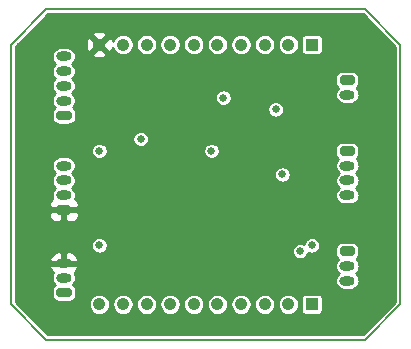
<source format=gbr>
%TF.GenerationSoftware,KiCad,Pcbnew,5.1.6-c6e7f7d~86~ubuntu18.04.1*%
%TF.CreationDate,2020-05-19T13:12:04+02:00*%
%TF.ProjectId,cf-deck-carrier,63662d64-6563-46b2-9d63-617272696572,0.1A*%
%TF.SameCoordinates,Original*%
%TF.FileFunction,Copper,L2,Inr*%
%TF.FilePolarity,Positive*%
%FSLAX46Y46*%
G04 Gerber Fmt 4.6, Leading zero omitted, Abs format (unit mm)*
G04 Created by KiCad (PCBNEW 5.1.6-c6e7f7d~86~ubuntu18.04.1) date 2020-05-19 13:12:04*
%MOMM*%
%LPD*%
G01*
G04 APERTURE LIST*
%TA.AperFunction,Profile*%
%ADD10C,0.150000*%
%TD*%
%TA.AperFunction,ViaPad*%
%ADD11O,1.300000X0.800000*%
%TD*%
%TA.AperFunction,ViaPad*%
%ADD12C,1.050000*%
%TD*%
%TA.AperFunction,ViaPad*%
%ADD13R,1.050000X1.050000*%
%TD*%
%TA.AperFunction,ViaPad*%
%ADD14C,0.635000*%
%TD*%
%TA.AperFunction,Conductor*%
%ADD15C,0.254000*%
%TD*%
G04 APERTURE END LIST*
D10*
X125501000Y-83000920D02*
X122501000Y-86000920D01*
X152501000Y-83000920D02*
X125501000Y-83000920D01*
X155501000Y-86000920D02*
X152501000Y-83000920D01*
X125501000Y-111000920D02*
X122501000Y-108000920D01*
X152501000Y-111000920D02*
X125501000Y-111000920D01*
X155501000Y-108000920D02*
X152501000Y-111000920D01*
X155501000Y-86000920D02*
X155501000Y-108000920D01*
X122501000Y-108000920D02*
X122501000Y-86000920D01*
%TO.N,VUSB*%
%TO.C,J1*%
%TA.AperFunction,ViaPad*%
G36*
G01*
X127451000Y-107400920D02*
X126551000Y-107400920D01*
G75*
G02*
X126351000Y-107200920I0J200000D01*
G01*
X126351000Y-106800920D01*
G75*
G02*
X126551000Y-106600920I200000J0D01*
G01*
X127451000Y-106600920D01*
G75*
G02*
X127651000Y-106800920I0J-200000D01*
G01*
X127651000Y-107200920D01*
G75*
G02*
X127451000Y-107400920I-200000J0D01*
G01*
G37*
%TD.AperFunction*%
D11*
%TO.N,VCOM*%
X127001000Y-105750920D03*
%TO.N,GND*%
X127001000Y-104500920D03*
%TD*%
D12*
%TO.N,/SCL*%
%TO.C,P1*%
X140001000Y-86000920D03*
%TO.N,/IO1*%
X138001000Y-86000920D03*
%TO.N,/IO2*%
X136001000Y-86000920D03*
%TO.N,/SDA*%
X142001000Y-86000920D03*
%TO.N,/TX1*%
X144001000Y-86000920D03*
%TO.N,/IO4*%
X132001000Y-86000920D03*
%TO.N,/IO3*%
X134001000Y-86000920D03*
D13*
%TO.N,VCC*%
X148001000Y-86000920D03*
D12*
%TO.N,/RX1*%
X146001000Y-86000920D03*
%TO.N,GND*%
X130001000Y-86000920D03*
%TD*%
%TO.N,/MOSI*%
%TO.C,P2*%
X140001000Y-108000920D03*
%TO.N,Net-(P2-Pad6)*%
X138001000Y-108000920D03*
%TO.N,Net-(P2-Pad7)*%
X136001000Y-108000920D03*
%TO.N,/MISO*%
X142001000Y-108000920D03*
%TO.N,/SCK*%
X144001000Y-108000920D03*
%TO.N,VCOM*%
X132001000Y-108000920D03*
%TO.N,/OW*%
X134001000Y-108000920D03*
D13*
%TO.N,/TX2*%
X148001000Y-108000920D03*
D12*
%TO.N,/RX2*%
X146001000Y-108000920D03*
%TO.N,VUSB*%
X130001000Y-108000920D03*
%TD*%
%TO.N,/OW*%
%TO.C,J5*%
%TA.AperFunction,ViaPad*%
G36*
G01*
X127451000Y-92400920D02*
X126551000Y-92400920D01*
G75*
G02*
X126351000Y-92200920I0J200000D01*
G01*
X126351000Y-91800920D01*
G75*
G02*
X126551000Y-91600920I200000J0D01*
G01*
X127451000Y-91600920D01*
G75*
G02*
X127651000Y-91800920I0J-200000D01*
G01*
X127651000Y-92200920D01*
G75*
G02*
X127451000Y-92400920I-200000J0D01*
G01*
G37*
%TD.AperFunction*%
D11*
%TO.N,/IO1*%
X127001000Y-90750920D03*
%TO.N,/IO2*%
X127001000Y-89500920D03*
%TO.N,/IO3*%
X127001000Y-88250920D03*
%TO.N,/IO4*%
X127001000Y-87000920D03*
%TD*%
%TO.N,/SCL*%
%TO.C,J4*%
%TA.AperFunction,ViaPad*%
G36*
G01*
X150551000Y-88600920D02*
X151451000Y-88600920D01*
G75*
G02*
X151651000Y-88800920I0J-200000D01*
G01*
X151651000Y-89200920D01*
G75*
G02*
X151451000Y-89400920I-200000J0D01*
G01*
X150551000Y-89400920D01*
G75*
G02*
X150351000Y-89200920I0J200000D01*
G01*
X150351000Y-88800920D01*
G75*
G02*
X150551000Y-88600920I200000J0D01*
G01*
G37*
%TD.AperFunction*%
%TO.N,/SDA*%
X151001000Y-90250920D03*
%TD*%
%TO.N,/RX1*%
%TO.C,J2*%
%TA.AperFunction,ViaPad*%
G36*
G01*
X150551000Y-94600920D02*
X151451000Y-94600920D01*
G75*
G02*
X151651000Y-94800920I0J-200000D01*
G01*
X151651000Y-95200920D01*
G75*
G02*
X151451000Y-95400920I-200000J0D01*
G01*
X150551000Y-95400920D01*
G75*
G02*
X150351000Y-95200920I0J200000D01*
G01*
X150351000Y-94800920D01*
G75*
G02*
X150551000Y-94600920I200000J0D01*
G01*
G37*
%TD.AperFunction*%
%TO.N,/TX1*%
X151001000Y-96250920D03*
%TO.N,/RX2*%
X151001000Y-97500920D03*
%TO.N,/TX2*%
X151001000Y-98750920D03*
%TD*%
%TO.N,GND*%
%TO.C,J6*%
%TA.AperFunction,ViaPad*%
G36*
G01*
X127451000Y-100400920D02*
X126551000Y-100400920D01*
G75*
G02*
X126351000Y-100200920I0J200000D01*
G01*
X126351000Y-99800920D01*
G75*
G02*
X126551000Y-99600920I200000J0D01*
G01*
X127451000Y-99600920D01*
G75*
G02*
X127651000Y-99800920I0J-200000D01*
G01*
X127651000Y-100200920D01*
G75*
G02*
X127451000Y-100400920I-200000J0D01*
G01*
G37*
%TD.AperFunction*%
%TO.N,VCOM*%
X127001000Y-98750920D03*
%TO.N,/TX_AUX*%
X127001000Y-97500920D03*
%TO.N,/RX_AUX*%
X127001000Y-96250920D03*
%TD*%
%TO.N,/MOSI*%
%TO.C,J3*%
%TA.AperFunction,ViaPad*%
G36*
G01*
X150551000Y-103100920D02*
X151451000Y-103100920D01*
G75*
G02*
X151651000Y-103300920I0J-200000D01*
G01*
X151651000Y-103700920D01*
G75*
G02*
X151451000Y-103900920I-200000J0D01*
G01*
X150551000Y-103900920D01*
G75*
G02*
X150351000Y-103700920I0J200000D01*
G01*
X150351000Y-103300920D01*
G75*
G02*
X150551000Y-103100920I200000J0D01*
G01*
G37*
%TD.AperFunction*%
%TO.N,/MISO*%
X151001000Y-104750920D03*
%TO.N,/SCK*%
X151001000Y-106000920D03*
%TD*%
D14*
%TO.N,GND*%
X148001000Y-99000920D03*
X131501000Y-92000920D03*
%TO.N,VCC*%
X139501000Y-95000920D03*
X130001000Y-95000920D03*
X130001000Y-103000920D03*
X148001000Y-103000920D03*
%TO.N,/SDA*%
X133501000Y-94000920D03*
X140501000Y-90504459D03*
%TO.N,/OW*%
X147001000Y-103500920D03*
%TO.N,/RX_AUX*%
X144929490Y-91486694D03*
%TO.N,/TX_AUX*%
X145501000Y-97000920D03*
%TD*%
D15*
%TO.N,GND*%
G36*
X155045000Y-86189801D02*
G01*
X155045001Y-107812038D01*
X152312119Y-110544920D01*
X125689881Y-110544920D01*
X123056648Y-107911687D01*
X129095000Y-107911687D01*
X129095000Y-108090153D01*
X129129817Y-108265191D01*
X129198113Y-108430072D01*
X129297264Y-108578461D01*
X129423459Y-108704656D01*
X129571848Y-108803807D01*
X129736729Y-108872103D01*
X129911767Y-108906920D01*
X130090233Y-108906920D01*
X130265271Y-108872103D01*
X130430152Y-108803807D01*
X130578541Y-108704656D01*
X130704736Y-108578461D01*
X130803887Y-108430072D01*
X130872183Y-108265191D01*
X130907000Y-108090153D01*
X130907000Y-107911687D01*
X131095000Y-107911687D01*
X131095000Y-108090153D01*
X131129817Y-108265191D01*
X131198113Y-108430072D01*
X131297264Y-108578461D01*
X131423459Y-108704656D01*
X131571848Y-108803807D01*
X131736729Y-108872103D01*
X131911767Y-108906920D01*
X132090233Y-108906920D01*
X132265271Y-108872103D01*
X132430152Y-108803807D01*
X132578541Y-108704656D01*
X132704736Y-108578461D01*
X132803887Y-108430072D01*
X132872183Y-108265191D01*
X132907000Y-108090153D01*
X132907000Y-107911687D01*
X133095000Y-107911687D01*
X133095000Y-108090153D01*
X133129817Y-108265191D01*
X133198113Y-108430072D01*
X133297264Y-108578461D01*
X133423459Y-108704656D01*
X133571848Y-108803807D01*
X133736729Y-108872103D01*
X133911767Y-108906920D01*
X134090233Y-108906920D01*
X134265271Y-108872103D01*
X134430152Y-108803807D01*
X134578541Y-108704656D01*
X134704736Y-108578461D01*
X134803887Y-108430072D01*
X134872183Y-108265191D01*
X134907000Y-108090153D01*
X134907000Y-107911687D01*
X135095000Y-107911687D01*
X135095000Y-108090153D01*
X135129817Y-108265191D01*
X135198113Y-108430072D01*
X135297264Y-108578461D01*
X135423459Y-108704656D01*
X135571848Y-108803807D01*
X135736729Y-108872103D01*
X135911767Y-108906920D01*
X136090233Y-108906920D01*
X136265271Y-108872103D01*
X136430152Y-108803807D01*
X136578541Y-108704656D01*
X136704736Y-108578461D01*
X136803887Y-108430072D01*
X136872183Y-108265191D01*
X136907000Y-108090153D01*
X136907000Y-107911687D01*
X137095000Y-107911687D01*
X137095000Y-108090153D01*
X137129817Y-108265191D01*
X137198113Y-108430072D01*
X137297264Y-108578461D01*
X137423459Y-108704656D01*
X137571848Y-108803807D01*
X137736729Y-108872103D01*
X137911767Y-108906920D01*
X138090233Y-108906920D01*
X138265271Y-108872103D01*
X138430152Y-108803807D01*
X138578541Y-108704656D01*
X138704736Y-108578461D01*
X138803887Y-108430072D01*
X138872183Y-108265191D01*
X138907000Y-108090153D01*
X138907000Y-107911687D01*
X139095000Y-107911687D01*
X139095000Y-108090153D01*
X139129817Y-108265191D01*
X139198113Y-108430072D01*
X139297264Y-108578461D01*
X139423459Y-108704656D01*
X139571848Y-108803807D01*
X139736729Y-108872103D01*
X139911767Y-108906920D01*
X140090233Y-108906920D01*
X140265271Y-108872103D01*
X140430152Y-108803807D01*
X140578541Y-108704656D01*
X140704736Y-108578461D01*
X140803887Y-108430072D01*
X140872183Y-108265191D01*
X140907000Y-108090153D01*
X140907000Y-107911687D01*
X141095000Y-107911687D01*
X141095000Y-108090153D01*
X141129817Y-108265191D01*
X141198113Y-108430072D01*
X141297264Y-108578461D01*
X141423459Y-108704656D01*
X141571848Y-108803807D01*
X141736729Y-108872103D01*
X141911767Y-108906920D01*
X142090233Y-108906920D01*
X142265271Y-108872103D01*
X142430152Y-108803807D01*
X142578541Y-108704656D01*
X142704736Y-108578461D01*
X142803887Y-108430072D01*
X142872183Y-108265191D01*
X142907000Y-108090153D01*
X142907000Y-107911687D01*
X143095000Y-107911687D01*
X143095000Y-108090153D01*
X143129817Y-108265191D01*
X143198113Y-108430072D01*
X143297264Y-108578461D01*
X143423459Y-108704656D01*
X143571848Y-108803807D01*
X143736729Y-108872103D01*
X143911767Y-108906920D01*
X144090233Y-108906920D01*
X144265271Y-108872103D01*
X144430152Y-108803807D01*
X144578541Y-108704656D01*
X144704736Y-108578461D01*
X144803887Y-108430072D01*
X144872183Y-108265191D01*
X144907000Y-108090153D01*
X144907000Y-107911687D01*
X145095000Y-107911687D01*
X145095000Y-108090153D01*
X145129817Y-108265191D01*
X145198113Y-108430072D01*
X145297264Y-108578461D01*
X145423459Y-108704656D01*
X145571848Y-108803807D01*
X145736729Y-108872103D01*
X145911767Y-108906920D01*
X146090233Y-108906920D01*
X146265271Y-108872103D01*
X146430152Y-108803807D01*
X146578541Y-108704656D01*
X146704736Y-108578461D01*
X146803887Y-108430072D01*
X146872183Y-108265191D01*
X146907000Y-108090153D01*
X146907000Y-107911687D01*
X146872183Y-107736649D01*
X146803887Y-107571768D01*
X146739844Y-107475920D01*
X147093157Y-107475920D01*
X147093157Y-108525920D01*
X147100513Y-108600609D01*
X147122299Y-108672428D01*
X147157678Y-108738616D01*
X147205289Y-108796631D01*
X147263304Y-108844242D01*
X147329492Y-108879621D01*
X147401311Y-108901407D01*
X147476000Y-108908763D01*
X148526000Y-108908763D01*
X148600689Y-108901407D01*
X148672508Y-108879621D01*
X148738696Y-108844242D01*
X148796711Y-108796631D01*
X148844322Y-108738616D01*
X148879701Y-108672428D01*
X148901487Y-108600609D01*
X148908843Y-108525920D01*
X148908843Y-107475920D01*
X148901487Y-107401231D01*
X148879701Y-107329412D01*
X148844322Y-107263224D01*
X148796711Y-107205209D01*
X148738696Y-107157598D01*
X148672508Y-107122219D01*
X148600689Y-107100433D01*
X148526000Y-107093077D01*
X147476000Y-107093077D01*
X147401311Y-107100433D01*
X147329492Y-107122219D01*
X147263304Y-107157598D01*
X147205289Y-107205209D01*
X147157678Y-107263224D01*
X147122299Y-107329412D01*
X147100513Y-107401231D01*
X147093157Y-107475920D01*
X146739844Y-107475920D01*
X146704736Y-107423379D01*
X146578541Y-107297184D01*
X146430152Y-107198033D01*
X146265271Y-107129737D01*
X146090233Y-107094920D01*
X145911767Y-107094920D01*
X145736729Y-107129737D01*
X145571848Y-107198033D01*
X145423459Y-107297184D01*
X145297264Y-107423379D01*
X145198113Y-107571768D01*
X145129817Y-107736649D01*
X145095000Y-107911687D01*
X144907000Y-107911687D01*
X144872183Y-107736649D01*
X144803887Y-107571768D01*
X144704736Y-107423379D01*
X144578541Y-107297184D01*
X144430152Y-107198033D01*
X144265271Y-107129737D01*
X144090233Y-107094920D01*
X143911767Y-107094920D01*
X143736729Y-107129737D01*
X143571848Y-107198033D01*
X143423459Y-107297184D01*
X143297264Y-107423379D01*
X143198113Y-107571768D01*
X143129817Y-107736649D01*
X143095000Y-107911687D01*
X142907000Y-107911687D01*
X142872183Y-107736649D01*
X142803887Y-107571768D01*
X142704736Y-107423379D01*
X142578541Y-107297184D01*
X142430152Y-107198033D01*
X142265271Y-107129737D01*
X142090233Y-107094920D01*
X141911767Y-107094920D01*
X141736729Y-107129737D01*
X141571848Y-107198033D01*
X141423459Y-107297184D01*
X141297264Y-107423379D01*
X141198113Y-107571768D01*
X141129817Y-107736649D01*
X141095000Y-107911687D01*
X140907000Y-107911687D01*
X140872183Y-107736649D01*
X140803887Y-107571768D01*
X140704736Y-107423379D01*
X140578541Y-107297184D01*
X140430152Y-107198033D01*
X140265271Y-107129737D01*
X140090233Y-107094920D01*
X139911767Y-107094920D01*
X139736729Y-107129737D01*
X139571848Y-107198033D01*
X139423459Y-107297184D01*
X139297264Y-107423379D01*
X139198113Y-107571768D01*
X139129817Y-107736649D01*
X139095000Y-107911687D01*
X138907000Y-107911687D01*
X138872183Y-107736649D01*
X138803887Y-107571768D01*
X138704736Y-107423379D01*
X138578541Y-107297184D01*
X138430152Y-107198033D01*
X138265271Y-107129737D01*
X138090233Y-107094920D01*
X137911767Y-107094920D01*
X137736729Y-107129737D01*
X137571848Y-107198033D01*
X137423459Y-107297184D01*
X137297264Y-107423379D01*
X137198113Y-107571768D01*
X137129817Y-107736649D01*
X137095000Y-107911687D01*
X136907000Y-107911687D01*
X136872183Y-107736649D01*
X136803887Y-107571768D01*
X136704736Y-107423379D01*
X136578541Y-107297184D01*
X136430152Y-107198033D01*
X136265271Y-107129737D01*
X136090233Y-107094920D01*
X135911767Y-107094920D01*
X135736729Y-107129737D01*
X135571848Y-107198033D01*
X135423459Y-107297184D01*
X135297264Y-107423379D01*
X135198113Y-107571768D01*
X135129817Y-107736649D01*
X135095000Y-107911687D01*
X134907000Y-107911687D01*
X134872183Y-107736649D01*
X134803887Y-107571768D01*
X134704736Y-107423379D01*
X134578541Y-107297184D01*
X134430152Y-107198033D01*
X134265271Y-107129737D01*
X134090233Y-107094920D01*
X133911767Y-107094920D01*
X133736729Y-107129737D01*
X133571848Y-107198033D01*
X133423459Y-107297184D01*
X133297264Y-107423379D01*
X133198113Y-107571768D01*
X133129817Y-107736649D01*
X133095000Y-107911687D01*
X132907000Y-107911687D01*
X132872183Y-107736649D01*
X132803887Y-107571768D01*
X132704736Y-107423379D01*
X132578541Y-107297184D01*
X132430152Y-107198033D01*
X132265271Y-107129737D01*
X132090233Y-107094920D01*
X131911767Y-107094920D01*
X131736729Y-107129737D01*
X131571848Y-107198033D01*
X131423459Y-107297184D01*
X131297264Y-107423379D01*
X131198113Y-107571768D01*
X131129817Y-107736649D01*
X131095000Y-107911687D01*
X130907000Y-107911687D01*
X130872183Y-107736649D01*
X130803887Y-107571768D01*
X130704736Y-107423379D01*
X130578541Y-107297184D01*
X130430152Y-107198033D01*
X130265271Y-107129737D01*
X130090233Y-107094920D01*
X129911767Y-107094920D01*
X129736729Y-107129737D01*
X129571848Y-107198033D01*
X129423459Y-107297184D01*
X129297264Y-107423379D01*
X129198113Y-107571768D01*
X129129817Y-107736649D01*
X129095000Y-107911687D01*
X123056648Y-107911687D01*
X122957000Y-107812039D01*
X122957000Y-104787043D01*
X125756334Y-104787043D01*
X125766006Y-104863892D01*
X125855745Y-105049080D01*
X125979888Y-105213203D01*
X126097124Y-105317459D01*
X126025960Y-105450598D01*
X125981301Y-105597817D01*
X125966222Y-105750920D01*
X125981301Y-105904023D01*
X126025960Y-106051242D01*
X126098481Y-106186919D01*
X126196078Y-106305842D01*
X126218008Y-106323839D01*
X126138868Y-106388788D01*
X126066384Y-106477110D01*
X126012523Y-106577876D01*
X125979356Y-106687213D01*
X125968157Y-106800920D01*
X125968157Y-107200920D01*
X125979356Y-107314627D01*
X126012523Y-107423964D01*
X126066384Y-107524730D01*
X126138868Y-107613052D01*
X126227190Y-107685536D01*
X126327956Y-107739397D01*
X126437293Y-107772564D01*
X126551000Y-107783763D01*
X127451000Y-107783763D01*
X127564707Y-107772564D01*
X127674044Y-107739397D01*
X127774810Y-107685536D01*
X127863132Y-107613052D01*
X127935616Y-107524730D01*
X127989477Y-107423964D01*
X128022644Y-107314627D01*
X128033843Y-107200920D01*
X128033843Y-106800920D01*
X128022644Y-106687213D01*
X127989477Y-106577876D01*
X127935616Y-106477110D01*
X127863132Y-106388788D01*
X127783992Y-106323839D01*
X127805922Y-106305842D01*
X127903519Y-106186919D01*
X127976040Y-106051242D01*
X128020699Y-105904023D01*
X128035778Y-105750920D01*
X128020699Y-105597817D01*
X127976040Y-105450598D01*
X127904876Y-105317459D01*
X128022112Y-105213203D01*
X128146255Y-105049080D01*
X128235994Y-104863892D01*
X128245666Y-104787043D01*
X128216684Y-104750920D01*
X149966222Y-104750920D01*
X149981301Y-104904023D01*
X150025960Y-105051242D01*
X150098481Y-105186919D01*
X150196078Y-105305842D01*
X150281469Y-105375920D01*
X150196078Y-105445998D01*
X150098481Y-105564921D01*
X150025960Y-105700598D01*
X149981301Y-105847817D01*
X149966222Y-106000920D01*
X149981301Y-106154023D01*
X150025960Y-106301242D01*
X150098481Y-106436919D01*
X150196078Y-106555842D01*
X150315001Y-106653439D01*
X150450678Y-106725960D01*
X150597897Y-106770619D01*
X150712640Y-106781920D01*
X151289360Y-106781920D01*
X151404103Y-106770619D01*
X151551322Y-106725960D01*
X151686999Y-106653439D01*
X151805922Y-106555842D01*
X151903519Y-106436919D01*
X151976040Y-106301242D01*
X152020699Y-106154023D01*
X152035778Y-106000920D01*
X152020699Y-105847817D01*
X151976040Y-105700598D01*
X151903519Y-105564921D01*
X151805922Y-105445998D01*
X151720531Y-105375920D01*
X151805922Y-105305842D01*
X151903519Y-105186919D01*
X151976040Y-105051242D01*
X152020699Y-104904023D01*
X152035778Y-104750920D01*
X152020699Y-104597817D01*
X151976040Y-104450598D01*
X151903519Y-104314921D01*
X151805922Y-104195998D01*
X151783992Y-104178001D01*
X151863132Y-104113052D01*
X151935616Y-104024730D01*
X151989477Y-103923964D01*
X152022644Y-103814627D01*
X152033843Y-103700920D01*
X152033843Y-103300920D01*
X152022644Y-103187213D01*
X151989477Y-103077876D01*
X151935616Y-102977110D01*
X151863132Y-102888788D01*
X151774810Y-102816304D01*
X151674044Y-102762443D01*
X151564707Y-102729276D01*
X151451000Y-102718077D01*
X150551000Y-102718077D01*
X150437293Y-102729276D01*
X150327956Y-102762443D01*
X150227190Y-102816304D01*
X150138868Y-102888788D01*
X150066384Y-102977110D01*
X150012523Y-103077876D01*
X149979356Y-103187213D01*
X149968157Y-103300920D01*
X149968157Y-103700920D01*
X149979356Y-103814627D01*
X150012523Y-103923964D01*
X150066384Y-104024730D01*
X150138868Y-104113052D01*
X150218008Y-104178001D01*
X150196078Y-104195998D01*
X150098481Y-104314921D01*
X150025960Y-104450598D01*
X149981301Y-104597817D01*
X149966222Y-104750920D01*
X128216684Y-104750920D01*
X128117998Y-104627920D01*
X127128000Y-104627920D01*
X127128000Y-104647920D01*
X126874000Y-104647920D01*
X126874000Y-104627920D01*
X125884002Y-104627920D01*
X125756334Y-104787043D01*
X122957000Y-104787043D01*
X122957000Y-104214797D01*
X125756334Y-104214797D01*
X125884002Y-104373920D01*
X126874000Y-104373920D01*
X126874000Y-103617158D01*
X127128000Y-103617158D01*
X127128000Y-104373920D01*
X128117998Y-104373920D01*
X128245666Y-104214797D01*
X128235994Y-104137948D01*
X128146255Y-103952760D01*
X128022112Y-103788637D01*
X127868336Y-103651887D01*
X127690836Y-103547765D01*
X127496433Y-103480272D01*
X127292599Y-103452002D01*
X127128000Y-103617158D01*
X126874000Y-103617158D01*
X126709401Y-103452002D01*
X126505567Y-103480272D01*
X126311164Y-103547765D01*
X126133664Y-103651887D01*
X125979888Y-103788637D01*
X125855745Y-103952760D01*
X125766006Y-104137948D01*
X125756334Y-104214797D01*
X122957000Y-104214797D01*
X122957000Y-102932124D01*
X129302500Y-102932124D01*
X129302500Y-103069716D01*
X129329343Y-103204665D01*
X129381997Y-103331784D01*
X129458439Y-103446188D01*
X129555732Y-103543481D01*
X129670136Y-103619923D01*
X129797255Y-103672577D01*
X129932204Y-103699420D01*
X130069796Y-103699420D01*
X130204745Y-103672577D01*
X130331864Y-103619923D01*
X130446268Y-103543481D01*
X130543561Y-103446188D01*
X130552958Y-103432124D01*
X146302500Y-103432124D01*
X146302500Y-103569716D01*
X146329343Y-103704665D01*
X146381997Y-103831784D01*
X146458439Y-103946188D01*
X146555732Y-104043481D01*
X146670136Y-104119923D01*
X146797255Y-104172577D01*
X146932204Y-104199420D01*
X147069796Y-104199420D01*
X147204745Y-104172577D01*
X147331864Y-104119923D01*
X147446268Y-104043481D01*
X147543561Y-103946188D01*
X147620003Y-103831784D01*
X147672657Y-103704665D01*
X147688038Y-103627338D01*
X147797255Y-103672577D01*
X147932204Y-103699420D01*
X148069796Y-103699420D01*
X148204745Y-103672577D01*
X148331864Y-103619923D01*
X148446268Y-103543481D01*
X148543561Y-103446188D01*
X148620003Y-103331784D01*
X148672657Y-103204665D01*
X148699500Y-103069716D01*
X148699500Y-102932124D01*
X148672657Y-102797175D01*
X148620003Y-102670056D01*
X148543561Y-102555652D01*
X148446268Y-102458359D01*
X148331864Y-102381917D01*
X148204745Y-102329263D01*
X148069796Y-102302420D01*
X147932204Y-102302420D01*
X147797255Y-102329263D01*
X147670136Y-102381917D01*
X147555732Y-102458359D01*
X147458439Y-102555652D01*
X147381997Y-102670056D01*
X147329343Y-102797175D01*
X147313962Y-102874502D01*
X147204745Y-102829263D01*
X147069796Y-102802420D01*
X146932204Y-102802420D01*
X146797255Y-102829263D01*
X146670136Y-102881917D01*
X146555732Y-102958359D01*
X146458439Y-103055652D01*
X146381997Y-103170056D01*
X146329343Y-103297175D01*
X146302500Y-103432124D01*
X130552958Y-103432124D01*
X130620003Y-103331784D01*
X130672657Y-103204665D01*
X130699500Y-103069716D01*
X130699500Y-102932124D01*
X130672657Y-102797175D01*
X130620003Y-102670056D01*
X130543561Y-102555652D01*
X130446268Y-102458359D01*
X130331864Y-102381917D01*
X130204745Y-102329263D01*
X130069796Y-102302420D01*
X129932204Y-102302420D01*
X129797255Y-102329263D01*
X129670136Y-102381917D01*
X129555732Y-102458359D01*
X129458439Y-102555652D01*
X129381997Y-102670056D01*
X129329343Y-102797175D01*
X129302500Y-102932124D01*
X122957000Y-102932124D01*
X122957000Y-100400920D01*
X125712928Y-100400920D01*
X125725188Y-100525402D01*
X125761498Y-100645100D01*
X125820463Y-100755414D01*
X125899815Y-100852105D01*
X125996506Y-100931457D01*
X126106820Y-100990422D01*
X126226518Y-101026732D01*
X126351000Y-101038992D01*
X126715250Y-101035920D01*
X126874000Y-100877170D01*
X126874000Y-100127920D01*
X127128000Y-100127920D01*
X127128000Y-100877170D01*
X127286750Y-101035920D01*
X127651000Y-101038992D01*
X127775482Y-101026732D01*
X127895180Y-100990422D01*
X128005494Y-100931457D01*
X128102185Y-100852105D01*
X128181537Y-100755414D01*
X128240502Y-100645100D01*
X128276812Y-100525402D01*
X128289072Y-100400920D01*
X128286000Y-100286670D01*
X128127250Y-100127920D01*
X127128000Y-100127920D01*
X126874000Y-100127920D01*
X125874750Y-100127920D01*
X125716000Y-100286670D01*
X125712928Y-100400920D01*
X122957000Y-100400920D01*
X122957000Y-99600920D01*
X125712928Y-99600920D01*
X125716000Y-99715170D01*
X125874750Y-99873920D01*
X126874000Y-99873920D01*
X126874000Y-99853920D01*
X127128000Y-99853920D01*
X127128000Y-99873920D01*
X128127250Y-99873920D01*
X128286000Y-99715170D01*
X128289072Y-99600920D01*
X128276812Y-99476438D01*
X128240502Y-99356740D01*
X128181537Y-99246426D01*
X128102185Y-99149735D01*
X128005494Y-99070383D01*
X127974628Y-99053884D01*
X127976040Y-99051242D01*
X128020699Y-98904023D01*
X128035778Y-98750920D01*
X128020699Y-98597817D01*
X127976040Y-98450598D01*
X127903519Y-98314921D01*
X127805922Y-98195998D01*
X127720531Y-98125920D01*
X127805922Y-98055842D01*
X127903519Y-97936919D01*
X127976040Y-97801242D01*
X128020699Y-97654023D01*
X128035778Y-97500920D01*
X128020699Y-97347817D01*
X127976040Y-97200598D01*
X127903519Y-97064921D01*
X127805922Y-96945998D01*
X127789017Y-96932124D01*
X144802500Y-96932124D01*
X144802500Y-97069716D01*
X144829343Y-97204665D01*
X144881997Y-97331784D01*
X144958439Y-97446188D01*
X145055732Y-97543481D01*
X145170136Y-97619923D01*
X145297255Y-97672577D01*
X145432204Y-97699420D01*
X145569796Y-97699420D01*
X145704745Y-97672577D01*
X145831864Y-97619923D01*
X145946268Y-97543481D01*
X146043561Y-97446188D01*
X146120003Y-97331784D01*
X146172657Y-97204665D01*
X146199500Y-97069716D01*
X146199500Y-96932124D01*
X146172657Y-96797175D01*
X146120003Y-96670056D01*
X146043561Y-96555652D01*
X145946268Y-96458359D01*
X145831864Y-96381917D01*
X145704745Y-96329263D01*
X145569796Y-96302420D01*
X145432204Y-96302420D01*
X145297255Y-96329263D01*
X145170136Y-96381917D01*
X145055732Y-96458359D01*
X144958439Y-96555652D01*
X144881997Y-96670056D01*
X144829343Y-96797175D01*
X144802500Y-96932124D01*
X127789017Y-96932124D01*
X127720531Y-96875920D01*
X127805922Y-96805842D01*
X127903519Y-96686919D01*
X127976040Y-96551242D01*
X128020699Y-96404023D01*
X128035778Y-96250920D01*
X149966222Y-96250920D01*
X149981301Y-96404023D01*
X150025960Y-96551242D01*
X150098481Y-96686919D01*
X150196078Y-96805842D01*
X150281469Y-96875920D01*
X150196078Y-96945998D01*
X150098481Y-97064921D01*
X150025960Y-97200598D01*
X149981301Y-97347817D01*
X149966222Y-97500920D01*
X149981301Y-97654023D01*
X150025960Y-97801242D01*
X150098481Y-97936919D01*
X150196078Y-98055842D01*
X150281469Y-98125920D01*
X150196078Y-98195998D01*
X150098481Y-98314921D01*
X150025960Y-98450598D01*
X149981301Y-98597817D01*
X149966222Y-98750920D01*
X149981301Y-98904023D01*
X150025960Y-99051242D01*
X150098481Y-99186919D01*
X150196078Y-99305842D01*
X150315001Y-99403439D01*
X150450678Y-99475960D01*
X150597897Y-99520619D01*
X150712640Y-99531920D01*
X151289360Y-99531920D01*
X151404103Y-99520619D01*
X151551322Y-99475960D01*
X151686999Y-99403439D01*
X151805922Y-99305842D01*
X151903519Y-99186919D01*
X151976040Y-99051242D01*
X152020699Y-98904023D01*
X152035778Y-98750920D01*
X152020699Y-98597817D01*
X151976040Y-98450598D01*
X151903519Y-98314921D01*
X151805922Y-98195998D01*
X151720531Y-98125920D01*
X151805922Y-98055842D01*
X151903519Y-97936919D01*
X151976040Y-97801242D01*
X152020699Y-97654023D01*
X152035778Y-97500920D01*
X152020699Y-97347817D01*
X151976040Y-97200598D01*
X151903519Y-97064921D01*
X151805922Y-96945998D01*
X151720531Y-96875920D01*
X151805922Y-96805842D01*
X151903519Y-96686919D01*
X151976040Y-96551242D01*
X152020699Y-96404023D01*
X152035778Y-96250920D01*
X152020699Y-96097817D01*
X151976040Y-95950598D01*
X151903519Y-95814921D01*
X151805922Y-95695998D01*
X151783992Y-95678001D01*
X151863132Y-95613052D01*
X151935616Y-95524730D01*
X151989477Y-95423964D01*
X152022644Y-95314627D01*
X152033843Y-95200920D01*
X152033843Y-94800920D01*
X152022644Y-94687213D01*
X151989477Y-94577876D01*
X151935616Y-94477110D01*
X151863132Y-94388788D01*
X151774810Y-94316304D01*
X151674044Y-94262443D01*
X151564707Y-94229276D01*
X151451000Y-94218077D01*
X150551000Y-94218077D01*
X150437293Y-94229276D01*
X150327956Y-94262443D01*
X150227190Y-94316304D01*
X150138868Y-94388788D01*
X150066384Y-94477110D01*
X150012523Y-94577876D01*
X149979356Y-94687213D01*
X149968157Y-94800920D01*
X149968157Y-95200920D01*
X149979356Y-95314627D01*
X150012523Y-95423964D01*
X150066384Y-95524730D01*
X150138868Y-95613052D01*
X150218008Y-95678001D01*
X150196078Y-95695998D01*
X150098481Y-95814921D01*
X150025960Y-95950598D01*
X149981301Y-96097817D01*
X149966222Y-96250920D01*
X128035778Y-96250920D01*
X128020699Y-96097817D01*
X127976040Y-95950598D01*
X127903519Y-95814921D01*
X127805922Y-95695998D01*
X127686999Y-95598401D01*
X127551322Y-95525880D01*
X127404103Y-95481221D01*
X127289360Y-95469920D01*
X126712640Y-95469920D01*
X126597897Y-95481221D01*
X126450678Y-95525880D01*
X126315001Y-95598401D01*
X126196078Y-95695998D01*
X126098481Y-95814921D01*
X126025960Y-95950598D01*
X125981301Y-96097817D01*
X125966222Y-96250920D01*
X125981301Y-96404023D01*
X126025960Y-96551242D01*
X126098481Y-96686919D01*
X126196078Y-96805842D01*
X126281469Y-96875920D01*
X126196078Y-96945998D01*
X126098481Y-97064921D01*
X126025960Y-97200598D01*
X125981301Y-97347817D01*
X125966222Y-97500920D01*
X125981301Y-97654023D01*
X126025960Y-97801242D01*
X126098481Y-97936919D01*
X126196078Y-98055842D01*
X126281469Y-98125920D01*
X126196078Y-98195998D01*
X126098481Y-98314921D01*
X126025960Y-98450598D01*
X125981301Y-98597817D01*
X125966222Y-98750920D01*
X125981301Y-98904023D01*
X126025960Y-99051242D01*
X126027372Y-99053884D01*
X125996506Y-99070383D01*
X125899815Y-99149735D01*
X125820463Y-99246426D01*
X125761498Y-99356740D01*
X125725188Y-99476438D01*
X125712928Y-99600920D01*
X122957000Y-99600920D01*
X122957000Y-94932124D01*
X129302500Y-94932124D01*
X129302500Y-95069716D01*
X129329343Y-95204665D01*
X129381997Y-95331784D01*
X129458439Y-95446188D01*
X129555732Y-95543481D01*
X129670136Y-95619923D01*
X129797255Y-95672577D01*
X129932204Y-95699420D01*
X130069796Y-95699420D01*
X130204745Y-95672577D01*
X130331864Y-95619923D01*
X130446268Y-95543481D01*
X130543561Y-95446188D01*
X130620003Y-95331784D01*
X130672657Y-95204665D01*
X130699500Y-95069716D01*
X130699500Y-94932124D01*
X138802500Y-94932124D01*
X138802500Y-95069716D01*
X138829343Y-95204665D01*
X138881997Y-95331784D01*
X138958439Y-95446188D01*
X139055732Y-95543481D01*
X139170136Y-95619923D01*
X139297255Y-95672577D01*
X139432204Y-95699420D01*
X139569796Y-95699420D01*
X139704745Y-95672577D01*
X139831864Y-95619923D01*
X139946268Y-95543481D01*
X140043561Y-95446188D01*
X140120003Y-95331784D01*
X140172657Y-95204665D01*
X140199500Y-95069716D01*
X140199500Y-94932124D01*
X140172657Y-94797175D01*
X140120003Y-94670056D01*
X140043561Y-94555652D01*
X139946268Y-94458359D01*
X139831864Y-94381917D01*
X139704745Y-94329263D01*
X139569796Y-94302420D01*
X139432204Y-94302420D01*
X139297255Y-94329263D01*
X139170136Y-94381917D01*
X139055732Y-94458359D01*
X138958439Y-94555652D01*
X138881997Y-94670056D01*
X138829343Y-94797175D01*
X138802500Y-94932124D01*
X130699500Y-94932124D01*
X130672657Y-94797175D01*
X130620003Y-94670056D01*
X130543561Y-94555652D01*
X130446268Y-94458359D01*
X130331864Y-94381917D01*
X130204745Y-94329263D01*
X130069796Y-94302420D01*
X129932204Y-94302420D01*
X129797255Y-94329263D01*
X129670136Y-94381917D01*
X129555732Y-94458359D01*
X129458439Y-94555652D01*
X129381997Y-94670056D01*
X129329343Y-94797175D01*
X129302500Y-94932124D01*
X122957000Y-94932124D01*
X122957000Y-93932124D01*
X132802500Y-93932124D01*
X132802500Y-94069716D01*
X132829343Y-94204665D01*
X132881997Y-94331784D01*
X132958439Y-94446188D01*
X133055732Y-94543481D01*
X133170136Y-94619923D01*
X133297255Y-94672577D01*
X133432204Y-94699420D01*
X133569796Y-94699420D01*
X133704745Y-94672577D01*
X133831864Y-94619923D01*
X133946268Y-94543481D01*
X134043561Y-94446188D01*
X134120003Y-94331784D01*
X134172657Y-94204665D01*
X134199500Y-94069716D01*
X134199500Y-93932124D01*
X134172657Y-93797175D01*
X134120003Y-93670056D01*
X134043561Y-93555652D01*
X133946268Y-93458359D01*
X133831864Y-93381917D01*
X133704745Y-93329263D01*
X133569796Y-93302420D01*
X133432204Y-93302420D01*
X133297255Y-93329263D01*
X133170136Y-93381917D01*
X133055732Y-93458359D01*
X132958439Y-93555652D01*
X132881997Y-93670056D01*
X132829343Y-93797175D01*
X132802500Y-93932124D01*
X122957000Y-93932124D01*
X122957000Y-87000920D01*
X125966222Y-87000920D01*
X125981301Y-87154023D01*
X126025960Y-87301242D01*
X126098481Y-87436919D01*
X126196078Y-87555842D01*
X126281469Y-87625920D01*
X126196078Y-87695998D01*
X126098481Y-87814921D01*
X126025960Y-87950598D01*
X125981301Y-88097817D01*
X125966222Y-88250920D01*
X125981301Y-88404023D01*
X126025960Y-88551242D01*
X126098481Y-88686919D01*
X126196078Y-88805842D01*
X126281469Y-88875920D01*
X126196078Y-88945998D01*
X126098481Y-89064921D01*
X126025960Y-89200598D01*
X125981301Y-89347817D01*
X125966222Y-89500920D01*
X125981301Y-89654023D01*
X126025960Y-89801242D01*
X126098481Y-89936919D01*
X126196078Y-90055842D01*
X126281469Y-90125920D01*
X126196078Y-90195998D01*
X126098481Y-90314921D01*
X126025960Y-90450598D01*
X125981301Y-90597817D01*
X125966222Y-90750920D01*
X125981301Y-90904023D01*
X126025960Y-91051242D01*
X126098481Y-91186919D01*
X126196078Y-91305842D01*
X126218008Y-91323839D01*
X126138868Y-91388788D01*
X126066384Y-91477110D01*
X126012523Y-91577876D01*
X125979356Y-91687213D01*
X125968157Y-91800920D01*
X125968157Y-92200920D01*
X125979356Y-92314627D01*
X126012523Y-92423964D01*
X126066384Y-92524730D01*
X126138868Y-92613052D01*
X126227190Y-92685536D01*
X126327956Y-92739397D01*
X126437293Y-92772564D01*
X126551000Y-92783763D01*
X127451000Y-92783763D01*
X127564707Y-92772564D01*
X127674044Y-92739397D01*
X127774810Y-92685536D01*
X127863132Y-92613052D01*
X127935616Y-92524730D01*
X127989477Y-92423964D01*
X128022644Y-92314627D01*
X128033843Y-92200920D01*
X128033843Y-91800920D01*
X128022644Y-91687213D01*
X127989477Y-91577876D01*
X127935616Y-91477110D01*
X127887022Y-91417898D01*
X144230990Y-91417898D01*
X144230990Y-91555490D01*
X144257833Y-91690439D01*
X144310487Y-91817558D01*
X144386929Y-91931962D01*
X144484222Y-92029255D01*
X144598626Y-92105697D01*
X144725745Y-92158351D01*
X144860694Y-92185194D01*
X144998286Y-92185194D01*
X145133235Y-92158351D01*
X145260354Y-92105697D01*
X145374758Y-92029255D01*
X145472051Y-91931962D01*
X145548493Y-91817558D01*
X145601147Y-91690439D01*
X145627990Y-91555490D01*
X145627990Y-91417898D01*
X145601147Y-91282949D01*
X145548493Y-91155830D01*
X145472051Y-91041426D01*
X145374758Y-90944133D01*
X145260354Y-90867691D01*
X145133235Y-90815037D01*
X144998286Y-90788194D01*
X144860694Y-90788194D01*
X144725745Y-90815037D01*
X144598626Y-90867691D01*
X144484222Y-90944133D01*
X144386929Y-91041426D01*
X144310487Y-91155830D01*
X144257833Y-91282949D01*
X144230990Y-91417898D01*
X127887022Y-91417898D01*
X127863132Y-91388788D01*
X127783992Y-91323839D01*
X127805922Y-91305842D01*
X127903519Y-91186919D01*
X127976040Y-91051242D01*
X128020699Y-90904023D01*
X128035778Y-90750920D01*
X128020699Y-90597817D01*
X127976040Y-90450598D01*
X127968058Y-90435663D01*
X139802500Y-90435663D01*
X139802500Y-90573255D01*
X139829343Y-90708204D01*
X139881997Y-90835323D01*
X139958439Y-90949727D01*
X140055732Y-91047020D01*
X140170136Y-91123462D01*
X140297255Y-91176116D01*
X140432204Y-91202959D01*
X140569796Y-91202959D01*
X140704745Y-91176116D01*
X140831864Y-91123462D01*
X140946268Y-91047020D01*
X141043561Y-90949727D01*
X141120003Y-90835323D01*
X141172657Y-90708204D01*
X141199500Y-90573255D01*
X141199500Y-90435663D01*
X141172657Y-90300714D01*
X141152032Y-90250920D01*
X149966222Y-90250920D01*
X149981301Y-90404023D01*
X150025960Y-90551242D01*
X150098481Y-90686919D01*
X150196078Y-90805842D01*
X150315001Y-90903439D01*
X150450678Y-90975960D01*
X150597897Y-91020619D01*
X150712640Y-91031920D01*
X151289360Y-91031920D01*
X151404103Y-91020619D01*
X151551322Y-90975960D01*
X151686999Y-90903439D01*
X151805922Y-90805842D01*
X151903519Y-90686919D01*
X151976040Y-90551242D01*
X152020699Y-90404023D01*
X152035778Y-90250920D01*
X152020699Y-90097817D01*
X151976040Y-89950598D01*
X151903519Y-89814921D01*
X151805922Y-89695998D01*
X151783992Y-89678001D01*
X151863132Y-89613052D01*
X151935616Y-89524730D01*
X151989477Y-89423964D01*
X152022644Y-89314627D01*
X152033843Y-89200920D01*
X152033843Y-88800920D01*
X152022644Y-88687213D01*
X151989477Y-88577876D01*
X151935616Y-88477110D01*
X151863132Y-88388788D01*
X151774810Y-88316304D01*
X151674044Y-88262443D01*
X151564707Y-88229276D01*
X151451000Y-88218077D01*
X150551000Y-88218077D01*
X150437293Y-88229276D01*
X150327956Y-88262443D01*
X150227190Y-88316304D01*
X150138868Y-88388788D01*
X150066384Y-88477110D01*
X150012523Y-88577876D01*
X149979356Y-88687213D01*
X149968157Y-88800920D01*
X149968157Y-89200920D01*
X149979356Y-89314627D01*
X150012523Y-89423964D01*
X150066384Y-89524730D01*
X150138868Y-89613052D01*
X150218008Y-89678001D01*
X150196078Y-89695998D01*
X150098481Y-89814921D01*
X150025960Y-89950598D01*
X149981301Y-90097817D01*
X149966222Y-90250920D01*
X141152032Y-90250920D01*
X141120003Y-90173595D01*
X141043561Y-90059191D01*
X140946268Y-89961898D01*
X140831864Y-89885456D01*
X140704745Y-89832802D01*
X140569796Y-89805959D01*
X140432204Y-89805959D01*
X140297255Y-89832802D01*
X140170136Y-89885456D01*
X140055732Y-89961898D01*
X139958439Y-90059191D01*
X139881997Y-90173595D01*
X139829343Y-90300714D01*
X139802500Y-90435663D01*
X127968058Y-90435663D01*
X127903519Y-90314921D01*
X127805922Y-90195998D01*
X127720531Y-90125920D01*
X127805922Y-90055842D01*
X127903519Y-89936919D01*
X127976040Y-89801242D01*
X128020699Y-89654023D01*
X128035778Y-89500920D01*
X128020699Y-89347817D01*
X127976040Y-89200598D01*
X127903519Y-89064921D01*
X127805922Y-88945998D01*
X127720531Y-88875920D01*
X127805922Y-88805842D01*
X127903519Y-88686919D01*
X127976040Y-88551242D01*
X128020699Y-88404023D01*
X128035778Y-88250920D01*
X128020699Y-88097817D01*
X127976040Y-87950598D01*
X127903519Y-87814921D01*
X127805922Y-87695998D01*
X127720531Y-87625920D01*
X127805922Y-87555842D01*
X127903519Y-87436919D01*
X127976040Y-87301242D01*
X128020699Y-87154023D01*
X128035778Y-87000920D01*
X128020699Y-86847817D01*
X128005283Y-86796996D01*
X129384529Y-86796996D01*
X129422693Y-87012956D01*
X129631244Y-87106332D01*
X129854004Y-87157228D01*
X130082413Y-87163687D01*
X130307693Y-87125462D01*
X130521187Y-87044022D01*
X130579307Y-87012956D01*
X130617471Y-86796996D01*
X130001000Y-86180525D01*
X129384529Y-86796996D01*
X128005283Y-86796996D01*
X127976040Y-86700598D01*
X127903519Y-86564921D01*
X127805922Y-86445998D01*
X127686999Y-86348401D01*
X127551322Y-86275880D01*
X127404103Y-86231221D01*
X127289360Y-86219920D01*
X126712640Y-86219920D01*
X126597897Y-86231221D01*
X126450678Y-86275880D01*
X126315001Y-86348401D01*
X126196078Y-86445998D01*
X126098481Y-86564921D01*
X126025960Y-86700598D01*
X125981301Y-86847817D01*
X125966222Y-87000920D01*
X122957000Y-87000920D01*
X122957000Y-86189801D01*
X123064468Y-86082333D01*
X128838233Y-86082333D01*
X128876458Y-86307613D01*
X128957898Y-86521107D01*
X128988964Y-86579227D01*
X129204924Y-86617391D01*
X129821395Y-86000920D01*
X130180605Y-86000920D01*
X130797076Y-86617391D01*
X131013036Y-86579227D01*
X131106412Y-86370676D01*
X131130266Y-86266274D01*
X131198113Y-86430072D01*
X131297264Y-86578461D01*
X131423459Y-86704656D01*
X131571848Y-86803807D01*
X131736729Y-86872103D01*
X131911767Y-86906920D01*
X132090233Y-86906920D01*
X132265271Y-86872103D01*
X132430152Y-86803807D01*
X132578541Y-86704656D01*
X132704736Y-86578461D01*
X132803887Y-86430072D01*
X132872183Y-86265191D01*
X132907000Y-86090153D01*
X132907000Y-85911687D01*
X133095000Y-85911687D01*
X133095000Y-86090153D01*
X133129817Y-86265191D01*
X133198113Y-86430072D01*
X133297264Y-86578461D01*
X133423459Y-86704656D01*
X133571848Y-86803807D01*
X133736729Y-86872103D01*
X133911767Y-86906920D01*
X134090233Y-86906920D01*
X134265271Y-86872103D01*
X134430152Y-86803807D01*
X134578541Y-86704656D01*
X134704736Y-86578461D01*
X134803887Y-86430072D01*
X134872183Y-86265191D01*
X134907000Y-86090153D01*
X134907000Y-85911687D01*
X135095000Y-85911687D01*
X135095000Y-86090153D01*
X135129817Y-86265191D01*
X135198113Y-86430072D01*
X135297264Y-86578461D01*
X135423459Y-86704656D01*
X135571848Y-86803807D01*
X135736729Y-86872103D01*
X135911767Y-86906920D01*
X136090233Y-86906920D01*
X136265271Y-86872103D01*
X136430152Y-86803807D01*
X136578541Y-86704656D01*
X136704736Y-86578461D01*
X136803887Y-86430072D01*
X136872183Y-86265191D01*
X136907000Y-86090153D01*
X136907000Y-85911687D01*
X137095000Y-85911687D01*
X137095000Y-86090153D01*
X137129817Y-86265191D01*
X137198113Y-86430072D01*
X137297264Y-86578461D01*
X137423459Y-86704656D01*
X137571848Y-86803807D01*
X137736729Y-86872103D01*
X137911767Y-86906920D01*
X138090233Y-86906920D01*
X138265271Y-86872103D01*
X138430152Y-86803807D01*
X138578541Y-86704656D01*
X138704736Y-86578461D01*
X138803887Y-86430072D01*
X138872183Y-86265191D01*
X138907000Y-86090153D01*
X138907000Y-85911687D01*
X139095000Y-85911687D01*
X139095000Y-86090153D01*
X139129817Y-86265191D01*
X139198113Y-86430072D01*
X139297264Y-86578461D01*
X139423459Y-86704656D01*
X139571848Y-86803807D01*
X139736729Y-86872103D01*
X139911767Y-86906920D01*
X140090233Y-86906920D01*
X140265271Y-86872103D01*
X140430152Y-86803807D01*
X140578541Y-86704656D01*
X140704736Y-86578461D01*
X140803887Y-86430072D01*
X140872183Y-86265191D01*
X140907000Y-86090153D01*
X140907000Y-85911687D01*
X141095000Y-85911687D01*
X141095000Y-86090153D01*
X141129817Y-86265191D01*
X141198113Y-86430072D01*
X141297264Y-86578461D01*
X141423459Y-86704656D01*
X141571848Y-86803807D01*
X141736729Y-86872103D01*
X141911767Y-86906920D01*
X142090233Y-86906920D01*
X142265271Y-86872103D01*
X142430152Y-86803807D01*
X142578541Y-86704656D01*
X142704736Y-86578461D01*
X142803887Y-86430072D01*
X142872183Y-86265191D01*
X142907000Y-86090153D01*
X142907000Y-85911687D01*
X143095000Y-85911687D01*
X143095000Y-86090153D01*
X143129817Y-86265191D01*
X143198113Y-86430072D01*
X143297264Y-86578461D01*
X143423459Y-86704656D01*
X143571848Y-86803807D01*
X143736729Y-86872103D01*
X143911767Y-86906920D01*
X144090233Y-86906920D01*
X144265271Y-86872103D01*
X144430152Y-86803807D01*
X144578541Y-86704656D01*
X144704736Y-86578461D01*
X144803887Y-86430072D01*
X144872183Y-86265191D01*
X144907000Y-86090153D01*
X144907000Y-85911687D01*
X145095000Y-85911687D01*
X145095000Y-86090153D01*
X145129817Y-86265191D01*
X145198113Y-86430072D01*
X145297264Y-86578461D01*
X145423459Y-86704656D01*
X145571848Y-86803807D01*
X145736729Y-86872103D01*
X145911767Y-86906920D01*
X146090233Y-86906920D01*
X146265271Y-86872103D01*
X146430152Y-86803807D01*
X146578541Y-86704656D01*
X146704736Y-86578461D01*
X146803887Y-86430072D01*
X146872183Y-86265191D01*
X146907000Y-86090153D01*
X146907000Y-85911687D01*
X146872183Y-85736649D01*
X146803887Y-85571768D01*
X146739844Y-85475920D01*
X147093157Y-85475920D01*
X147093157Y-86525920D01*
X147100513Y-86600609D01*
X147122299Y-86672428D01*
X147157678Y-86738616D01*
X147205289Y-86796631D01*
X147263304Y-86844242D01*
X147329492Y-86879621D01*
X147401311Y-86901407D01*
X147476000Y-86908763D01*
X148526000Y-86908763D01*
X148600689Y-86901407D01*
X148672508Y-86879621D01*
X148738696Y-86844242D01*
X148796711Y-86796631D01*
X148844322Y-86738616D01*
X148879701Y-86672428D01*
X148901487Y-86600609D01*
X148908843Y-86525920D01*
X148908843Y-85475920D01*
X148901487Y-85401231D01*
X148879701Y-85329412D01*
X148844322Y-85263224D01*
X148796711Y-85205209D01*
X148738696Y-85157598D01*
X148672508Y-85122219D01*
X148600689Y-85100433D01*
X148526000Y-85093077D01*
X147476000Y-85093077D01*
X147401311Y-85100433D01*
X147329492Y-85122219D01*
X147263304Y-85157598D01*
X147205289Y-85205209D01*
X147157678Y-85263224D01*
X147122299Y-85329412D01*
X147100513Y-85401231D01*
X147093157Y-85475920D01*
X146739844Y-85475920D01*
X146704736Y-85423379D01*
X146578541Y-85297184D01*
X146430152Y-85198033D01*
X146265271Y-85129737D01*
X146090233Y-85094920D01*
X145911767Y-85094920D01*
X145736729Y-85129737D01*
X145571848Y-85198033D01*
X145423459Y-85297184D01*
X145297264Y-85423379D01*
X145198113Y-85571768D01*
X145129817Y-85736649D01*
X145095000Y-85911687D01*
X144907000Y-85911687D01*
X144872183Y-85736649D01*
X144803887Y-85571768D01*
X144704736Y-85423379D01*
X144578541Y-85297184D01*
X144430152Y-85198033D01*
X144265271Y-85129737D01*
X144090233Y-85094920D01*
X143911767Y-85094920D01*
X143736729Y-85129737D01*
X143571848Y-85198033D01*
X143423459Y-85297184D01*
X143297264Y-85423379D01*
X143198113Y-85571768D01*
X143129817Y-85736649D01*
X143095000Y-85911687D01*
X142907000Y-85911687D01*
X142872183Y-85736649D01*
X142803887Y-85571768D01*
X142704736Y-85423379D01*
X142578541Y-85297184D01*
X142430152Y-85198033D01*
X142265271Y-85129737D01*
X142090233Y-85094920D01*
X141911767Y-85094920D01*
X141736729Y-85129737D01*
X141571848Y-85198033D01*
X141423459Y-85297184D01*
X141297264Y-85423379D01*
X141198113Y-85571768D01*
X141129817Y-85736649D01*
X141095000Y-85911687D01*
X140907000Y-85911687D01*
X140872183Y-85736649D01*
X140803887Y-85571768D01*
X140704736Y-85423379D01*
X140578541Y-85297184D01*
X140430152Y-85198033D01*
X140265271Y-85129737D01*
X140090233Y-85094920D01*
X139911767Y-85094920D01*
X139736729Y-85129737D01*
X139571848Y-85198033D01*
X139423459Y-85297184D01*
X139297264Y-85423379D01*
X139198113Y-85571768D01*
X139129817Y-85736649D01*
X139095000Y-85911687D01*
X138907000Y-85911687D01*
X138872183Y-85736649D01*
X138803887Y-85571768D01*
X138704736Y-85423379D01*
X138578541Y-85297184D01*
X138430152Y-85198033D01*
X138265271Y-85129737D01*
X138090233Y-85094920D01*
X137911767Y-85094920D01*
X137736729Y-85129737D01*
X137571848Y-85198033D01*
X137423459Y-85297184D01*
X137297264Y-85423379D01*
X137198113Y-85571768D01*
X137129817Y-85736649D01*
X137095000Y-85911687D01*
X136907000Y-85911687D01*
X136872183Y-85736649D01*
X136803887Y-85571768D01*
X136704736Y-85423379D01*
X136578541Y-85297184D01*
X136430152Y-85198033D01*
X136265271Y-85129737D01*
X136090233Y-85094920D01*
X135911767Y-85094920D01*
X135736729Y-85129737D01*
X135571848Y-85198033D01*
X135423459Y-85297184D01*
X135297264Y-85423379D01*
X135198113Y-85571768D01*
X135129817Y-85736649D01*
X135095000Y-85911687D01*
X134907000Y-85911687D01*
X134872183Y-85736649D01*
X134803887Y-85571768D01*
X134704736Y-85423379D01*
X134578541Y-85297184D01*
X134430152Y-85198033D01*
X134265271Y-85129737D01*
X134090233Y-85094920D01*
X133911767Y-85094920D01*
X133736729Y-85129737D01*
X133571848Y-85198033D01*
X133423459Y-85297184D01*
X133297264Y-85423379D01*
X133198113Y-85571768D01*
X133129817Y-85736649D01*
X133095000Y-85911687D01*
X132907000Y-85911687D01*
X132872183Y-85736649D01*
X132803887Y-85571768D01*
X132704736Y-85423379D01*
X132578541Y-85297184D01*
X132430152Y-85198033D01*
X132265271Y-85129737D01*
X132090233Y-85094920D01*
X131911767Y-85094920D01*
X131736729Y-85129737D01*
X131571848Y-85198033D01*
X131423459Y-85297184D01*
X131297264Y-85423379D01*
X131198113Y-85571768D01*
X131131891Y-85731643D01*
X131125542Y-85694227D01*
X131044102Y-85480733D01*
X131013036Y-85422613D01*
X130797076Y-85384449D01*
X130180605Y-86000920D01*
X129821395Y-86000920D01*
X129204924Y-85384449D01*
X128988964Y-85422613D01*
X128895588Y-85631164D01*
X128844692Y-85853924D01*
X128838233Y-86082333D01*
X123064468Y-86082333D01*
X123941957Y-85204844D01*
X129384529Y-85204844D01*
X130001000Y-85821315D01*
X130617471Y-85204844D01*
X130579307Y-84988884D01*
X130370756Y-84895508D01*
X130147996Y-84844612D01*
X129919587Y-84838153D01*
X129694307Y-84876378D01*
X129480813Y-84957818D01*
X129422693Y-84988884D01*
X129384529Y-85204844D01*
X123941957Y-85204844D01*
X125689881Y-83456920D01*
X152312119Y-83456920D01*
X155045000Y-86189801D01*
G37*
X155045000Y-86189801D02*
X155045001Y-107812038D01*
X152312119Y-110544920D01*
X125689881Y-110544920D01*
X123056648Y-107911687D01*
X129095000Y-107911687D01*
X129095000Y-108090153D01*
X129129817Y-108265191D01*
X129198113Y-108430072D01*
X129297264Y-108578461D01*
X129423459Y-108704656D01*
X129571848Y-108803807D01*
X129736729Y-108872103D01*
X129911767Y-108906920D01*
X130090233Y-108906920D01*
X130265271Y-108872103D01*
X130430152Y-108803807D01*
X130578541Y-108704656D01*
X130704736Y-108578461D01*
X130803887Y-108430072D01*
X130872183Y-108265191D01*
X130907000Y-108090153D01*
X130907000Y-107911687D01*
X131095000Y-107911687D01*
X131095000Y-108090153D01*
X131129817Y-108265191D01*
X131198113Y-108430072D01*
X131297264Y-108578461D01*
X131423459Y-108704656D01*
X131571848Y-108803807D01*
X131736729Y-108872103D01*
X131911767Y-108906920D01*
X132090233Y-108906920D01*
X132265271Y-108872103D01*
X132430152Y-108803807D01*
X132578541Y-108704656D01*
X132704736Y-108578461D01*
X132803887Y-108430072D01*
X132872183Y-108265191D01*
X132907000Y-108090153D01*
X132907000Y-107911687D01*
X133095000Y-107911687D01*
X133095000Y-108090153D01*
X133129817Y-108265191D01*
X133198113Y-108430072D01*
X133297264Y-108578461D01*
X133423459Y-108704656D01*
X133571848Y-108803807D01*
X133736729Y-108872103D01*
X133911767Y-108906920D01*
X134090233Y-108906920D01*
X134265271Y-108872103D01*
X134430152Y-108803807D01*
X134578541Y-108704656D01*
X134704736Y-108578461D01*
X134803887Y-108430072D01*
X134872183Y-108265191D01*
X134907000Y-108090153D01*
X134907000Y-107911687D01*
X135095000Y-107911687D01*
X135095000Y-108090153D01*
X135129817Y-108265191D01*
X135198113Y-108430072D01*
X135297264Y-108578461D01*
X135423459Y-108704656D01*
X135571848Y-108803807D01*
X135736729Y-108872103D01*
X135911767Y-108906920D01*
X136090233Y-108906920D01*
X136265271Y-108872103D01*
X136430152Y-108803807D01*
X136578541Y-108704656D01*
X136704736Y-108578461D01*
X136803887Y-108430072D01*
X136872183Y-108265191D01*
X136907000Y-108090153D01*
X136907000Y-107911687D01*
X137095000Y-107911687D01*
X137095000Y-108090153D01*
X137129817Y-108265191D01*
X137198113Y-108430072D01*
X137297264Y-108578461D01*
X137423459Y-108704656D01*
X137571848Y-108803807D01*
X137736729Y-108872103D01*
X137911767Y-108906920D01*
X138090233Y-108906920D01*
X138265271Y-108872103D01*
X138430152Y-108803807D01*
X138578541Y-108704656D01*
X138704736Y-108578461D01*
X138803887Y-108430072D01*
X138872183Y-108265191D01*
X138907000Y-108090153D01*
X138907000Y-107911687D01*
X139095000Y-107911687D01*
X139095000Y-108090153D01*
X139129817Y-108265191D01*
X139198113Y-108430072D01*
X139297264Y-108578461D01*
X139423459Y-108704656D01*
X139571848Y-108803807D01*
X139736729Y-108872103D01*
X139911767Y-108906920D01*
X140090233Y-108906920D01*
X140265271Y-108872103D01*
X140430152Y-108803807D01*
X140578541Y-108704656D01*
X140704736Y-108578461D01*
X140803887Y-108430072D01*
X140872183Y-108265191D01*
X140907000Y-108090153D01*
X140907000Y-107911687D01*
X141095000Y-107911687D01*
X141095000Y-108090153D01*
X141129817Y-108265191D01*
X141198113Y-108430072D01*
X141297264Y-108578461D01*
X141423459Y-108704656D01*
X141571848Y-108803807D01*
X141736729Y-108872103D01*
X141911767Y-108906920D01*
X142090233Y-108906920D01*
X142265271Y-108872103D01*
X142430152Y-108803807D01*
X142578541Y-108704656D01*
X142704736Y-108578461D01*
X142803887Y-108430072D01*
X142872183Y-108265191D01*
X142907000Y-108090153D01*
X142907000Y-107911687D01*
X143095000Y-107911687D01*
X143095000Y-108090153D01*
X143129817Y-108265191D01*
X143198113Y-108430072D01*
X143297264Y-108578461D01*
X143423459Y-108704656D01*
X143571848Y-108803807D01*
X143736729Y-108872103D01*
X143911767Y-108906920D01*
X144090233Y-108906920D01*
X144265271Y-108872103D01*
X144430152Y-108803807D01*
X144578541Y-108704656D01*
X144704736Y-108578461D01*
X144803887Y-108430072D01*
X144872183Y-108265191D01*
X144907000Y-108090153D01*
X144907000Y-107911687D01*
X145095000Y-107911687D01*
X145095000Y-108090153D01*
X145129817Y-108265191D01*
X145198113Y-108430072D01*
X145297264Y-108578461D01*
X145423459Y-108704656D01*
X145571848Y-108803807D01*
X145736729Y-108872103D01*
X145911767Y-108906920D01*
X146090233Y-108906920D01*
X146265271Y-108872103D01*
X146430152Y-108803807D01*
X146578541Y-108704656D01*
X146704736Y-108578461D01*
X146803887Y-108430072D01*
X146872183Y-108265191D01*
X146907000Y-108090153D01*
X146907000Y-107911687D01*
X146872183Y-107736649D01*
X146803887Y-107571768D01*
X146739844Y-107475920D01*
X147093157Y-107475920D01*
X147093157Y-108525920D01*
X147100513Y-108600609D01*
X147122299Y-108672428D01*
X147157678Y-108738616D01*
X147205289Y-108796631D01*
X147263304Y-108844242D01*
X147329492Y-108879621D01*
X147401311Y-108901407D01*
X147476000Y-108908763D01*
X148526000Y-108908763D01*
X148600689Y-108901407D01*
X148672508Y-108879621D01*
X148738696Y-108844242D01*
X148796711Y-108796631D01*
X148844322Y-108738616D01*
X148879701Y-108672428D01*
X148901487Y-108600609D01*
X148908843Y-108525920D01*
X148908843Y-107475920D01*
X148901487Y-107401231D01*
X148879701Y-107329412D01*
X148844322Y-107263224D01*
X148796711Y-107205209D01*
X148738696Y-107157598D01*
X148672508Y-107122219D01*
X148600689Y-107100433D01*
X148526000Y-107093077D01*
X147476000Y-107093077D01*
X147401311Y-107100433D01*
X147329492Y-107122219D01*
X147263304Y-107157598D01*
X147205289Y-107205209D01*
X147157678Y-107263224D01*
X147122299Y-107329412D01*
X147100513Y-107401231D01*
X147093157Y-107475920D01*
X146739844Y-107475920D01*
X146704736Y-107423379D01*
X146578541Y-107297184D01*
X146430152Y-107198033D01*
X146265271Y-107129737D01*
X146090233Y-107094920D01*
X145911767Y-107094920D01*
X145736729Y-107129737D01*
X145571848Y-107198033D01*
X145423459Y-107297184D01*
X145297264Y-107423379D01*
X145198113Y-107571768D01*
X145129817Y-107736649D01*
X145095000Y-107911687D01*
X144907000Y-107911687D01*
X144872183Y-107736649D01*
X144803887Y-107571768D01*
X144704736Y-107423379D01*
X144578541Y-107297184D01*
X144430152Y-107198033D01*
X144265271Y-107129737D01*
X144090233Y-107094920D01*
X143911767Y-107094920D01*
X143736729Y-107129737D01*
X143571848Y-107198033D01*
X143423459Y-107297184D01*
X143297264Y-107423379D01*
X143198113Y-107571768D01*
X143129817Y-107736649D01*
X143095000Y-107911687D01*
X142907000Y-107911687D01*
X142872183Y-107736649D01*
X142803887Y-107571768D01*
X142704736Y-107423379D01*
X142578541Y-107297184D01*
X142430152Y-107198033D01*
X142265271Y-107129737D01*
X142090233Y-107094920D01*
X141911767Y-107094920D01*
X141736729Y-107129737D01*
X141571848Y-107198033D01*
X141423459Y-107297184D01*
X141297264Y-107423379D01*
X141198113Y-107571768D01*
X141129817Y-107736649D01*
X141095000Y-107911687D01*
X140907000Y-107911687D01*
X140872183Y-107736649D01*
X140803887Y-107571768D01*
X140704736Y-107423379D01*
X140578541Y-107297184D01*
X140430152Y-107198033D01*
X140265271Y-107129737D01*
X140090233Y-107094920D01*
X139911767Y-107094920D01*
X139736729Y-107129737D01*
X139571848Y-107198033D01*
X139423459Y-107297184D01*
X139297264Y-107423379D01*
X139198113Y-107571768D01*
X139129817Y-107736649D01*
X139095000Y-107911687D01*
X138907000Y-107911687D01*
X138872183Y-107736649D01*
X138803887Y-107571768D01*
X138704736Y-107423379D01*
X138578541Y-107297184D01*
X138430152Y-107198033D01*
X138265271Y-107129737D01*
X138090233Y-107094920D01*
X137911767Y-107094920D01*
X137736729Y-107129737D01*
X137571848Y-107198033D01*
X137423459Y-107297184D01*
X137297264Y-107423379D01*
X137198113Y-107571768D01*
X137129817Y-107736649D01*
X137095000Y-107911687D01*
X136907000Y-107911687D01*
X136872183Y-107736649D01*
X136803887Y-107571768D01*
X136704736Y-107423379D01*
X136578541Y-107297184D01*
X136430152Y-107198033D01*
X136265271Y-107129737D01*
X136090233Y-107094920D01*
X135911767Y-107094920D01*
X135736729Y-107129737D01*
X135571848Y-107198033D01*
X135423459Y-107297184D01*
X135297264Y-107423379D01*
X135198113Y-107571768D01*
X135129817Y-107736649D01*
X135095000Y-107911687D01*
X134907000Y-107911687D01*
X134872183Y-107736649D01*
X134803887Y-107571768D01*
X134704736Y-107423379D01*
X134578541Y-107297184D01*
X134430152Y-107198033D01*
X134265271Y-107129737D01*
X134090233Y-107094920D01*
X133911767Y-107094920D01*
X133736729Y-107129737D01*
X133571848Y-107198033D01*
X133423459Y-107297184D01*
X133297264Y-107423379D01*
X133198113Y-107571768D01*
X133129817Y-107736649D01*
X133095000Y-107911687D01*
X132907000Y-107911687D01*
X132872183Y-107736649D01*
X132803887Y-107571768D01*
X132704736Y-107423379D01*
X132578541Y-107297184D01*
X132430152Y-107198033D01*
X132265271Y-107129737D01*
X132090233Y-107094920D01*
X131911767Y-107094920D01*
X131736729Y-107129737D01*
X131571848Y-107198033D01*
X131423459Y-107297184D01*
X131297264Y-107423379D01*
X131198113Y-107571768D01*
X131129817Y-107736649D01*
X131095000Y-107911687D01*
X130907000Y-107911687D01*
X130872183Y-107736649D01*
X130803887Y-107571768D01*
X130704736Y-107423379D01*
X130578541Y-107297184D01*
X130430152Y-107198033D01*
X130265271Y-107129737D01*
X130090233Y-107094920D01*
X129911767Y-107094920D01*
X129736729Y-107129737D01*
X129571848Y-107198033D01*
X129423459Y-107297184D01*
X129297264Y-107423379D01*
X129198113Y-107571768D01*
X129129817Y-107736649D01*
X129095000Y-107911687D01*
X123056648Y-107911687D01*
X122957000Y-107812039D01*
X122957000Y-104787043D01*
X125756334Y-104787043D01*
X125766006Y-104863892D01*
X125855745Y-105049080D01*
X125979888Y-105213203D01*
X126097124Y-105317459D01*
X126025960Y-105450598D01*
X125981301Y-105597817D01*
X125966222Y-105750920D01*
X125981301Y-105904023D01*
X126025960Y-106051242D01*
X126098481Y-106186919D01*
X126196078Y-106305842D01*
X126218008Y-106323839D01*
X126138868Y-106388788D01*
X126066384Y-106477110D01*
X126012523Y-106577876D01*
X125979356Y-106687213D01*
X125968157Y-106800920D01*
X125968157Y-107200920D01*
X125979356Y-107314627D01*
X126012523Y-107423964D01*
X126066384Y-107524730D01*
X126138868Y-107613052D01*
X126227190Y-107685536D01*
X126327956Y-107739397D01*
X126437293Y-107772564D01*
X126551000Y-107783763D01*
X127451000Y-107783763D01*
X127564707Y-107772564D01*
X127674044Y-107739397D01*
X127774810Y-107685536D01*
X127863132Y-107613052D01*
X127935616Y-107524730D01*
X127989477Y-107423964D01*
X128022644Y-107314627D01*
X128033843Y-107200920D01*
X128033843Y-106800920D01*
X128022644Y-106687213D01*
X127989477Y-106577876D01*
X127935616Y-106477110D01*
X127863132Y-106388788D01*
X127783992Y-106323839D01*
X127805922Y-106305842D01*
X127903519Y-106186919D01*
X127976040Y-106051242D01*
X128020699Y-105904023D01*
X128035778Y-105750920D01*
X128020699Y-105597817D01*
X127976040Y-105450598D01*
X127904876Y-105317459D01*
X128022112Y-105213203D01*
X128146255Y-105049080D01*
X128235994Y-104863892D01*
X128245666Y-104787043D01*
X128216684Y-104750920D01*
X149966222Y-104750920D01*
X149981301Y-104904023D01*
X150025960Y-105051242D01*
X150098481Y-105186919D01*
X150196078Y-105305842D01*
X150281469Y-105375920D01*
X150196078Y-105445998D01*
X150098481Y-105564921D01*
X150025960Y-105700598D01*
X149981301Y-105847817D01*
X149966222Y-106000920D01*
X149981301Y-106154023D01*
X150025960Y-106301242D01*
X150098481Y-106436919D01*
X150196078Y-106555842D01*
X150315001Y-106653439D01*
X150450678Y-106725960D01*
X150597897Y-106770619D01*
X150712640Y-106781920D01*
X151289360Y-106781920D01*
X151404103Y-106770619D01*
X151551322Y-106725960D01*
X151686999Y-106653439D01*
X151805922Y-106555842D01*
X151903519Y-106436919D01*
X151976040Y-106301242D01*
X152020699Y-106154023D01*
X152035778Y-106000920D01*
X152020699Y-105847817D01*
X151976040Y-105700598D01*
X151903519Y-105564921D01*
X151805922Y-105445998D01*
X151720531Y-105375920D01*
X151805922Y-105305842D01*
X151903519Y-105186919D01*
X151976040Y-105051242D01*
X152020699Y-104904023D01*
X152035778Y-104750920D01*
X152020699Y-104597817D01*
X151976040Y-104450598D01*
X151903519Y-104314921D01*
X151805922Y-104195998D01*
X151783992Y-104178001D01*
X151863132Y-104113052D01*
X151935616Y-104024730D01*
X151989477Y-103923964D01*
X152022644Y-103814627D01*
X152033843Y-103700920D01*
X152033843Y-103300920D01*
X152022644Y-103187213D01*
X151989477Y-103077876D01*
X151935616Y-102977110D01*
X151863132Y-102888788D01*
X151774810Y-102816304D01*
X151674044Y-102762443D01*
X151564707Y-102729276D01*
X151451000Y-102718077D01*
X150551000Y-102718077D01*
X150437293Y-102729276D01*
X150327956Y-102762443D01*
X150227190Y-102816304D01*
X150138868Y-102888788D01*
X150066384Y-102977110D01*
X150012523Y-103077876D01*
X149979356Y-103187213D01*
X149968157Y-103300920D01*
X149968157Y-103700920D01*
X149979356Y-103814627D01*
X150012523Y-103923964D01*
X150066384Y-104024730D01*
X150138868Y-104113052D01*
X150218008Y-104178001D01*
X150196078Y-104195998D01*
X150098481Y-104314921D01*
X150025960Y-104450598D01*
X149981301Y-104597817D01*
X149966222Y-104750920D01*
X128216684Y-104750920D01*
X128117998Y-104627920D01*
X127128000Y-104627920D01*
X127128000Y-104647920D01*
X126874000Y-104647920D01*
X126874000Y-104627920D01*
X125884002Y-104627920D01*
X125756334Y-104787043D01*
X122957000Y-104787043D01*
X122957000Y-104214797D01*
X125756334Y-104214797D01*
X125884002Y-104373920D01*
X126874000Y-104373920D01*
X126874000Y-103617158D01*
X127128000Y-103617158D01*
X127128000Y-104373920D01*
X128117998Y-104373920D01*
X128245666Y-104214797D01*
X128235994Y-104137948D01*
X128146255Y-103952760D01*
X128022112Y-103788637D01*
X127868336Y-103651887D01*
X127690836Y-103547765D01*
X127496433Y-103480272D01*
X127292599Y-103452002D01*
X127128000Y-103617158D01*
X126874000Y-103617158D01*
X126709401Y-103452002D01*
X126505567Y-103480272D01*
X126311164Y-103547765D01*
X126133664Y-103651887D01*
X125979888Y-103788637D01*
X125855745Y-103952760D01*
X125766006Y-104137948D01*
X125756334Y-104214797D01*
X122957000Y-104214797D01*
X122957000Y-102932124D01*
X129302500Y-102932124D01*
X129302500Y-103069716D01*
X129329343Y-103204665D01*
X129381997Y-103331784D01*
X129458439Y-103446188D01*
X129555732Y-103543481D01*
X129670136Y-103619923D01*
X129797255Y-103672577D01*
X129932204Y-103699420D01*
X130069796Y-103699420D01*
X130204745Y-103672577D01*
X130331864Y-103619923D01*
X130446268Y-103543481D01*
X130543561Y-103446188D01*
X130552958Y-103432124D01*
X146302500Y-103432124D01*
X146302500Y-103569716D01*
X146329343Y-103704665D01*
X146381997Y-103831784D01*
X146458439Y-103946188D01*
X146555732Y-104043481D01*
X146670136Y-104119923D01*
X146797255Y-104172577D01*
X146932204Y-104199420D01*
X147069796Y-104199420D01*
X147204745Y-104172577D01*
X147331864Y-104119923D01*
X147446268Y-104043481D01*
X147543561Y-103946188D01*
X147620003Y-103831784D01*
X147672657Y-103704665D01*
X147688038Y-103627338D01*
X147797255Y-103672577D01*
X147932204Y-103699420D01*
X148069796Y-103699420D01*
X148204745Y-103672577D01*
X148331864Y-103619923D01*
X148446268Y-103543481D01*
X148543561Y-103446188D01*
X148620003Y-103331784D01*
X148672657Y-103204665D01*
X148699500Y-103069716D01*
X148699500Y-102932124D01*
X148672657Y-102797175D01*
X148620003Y-102670056D01*
X148543561Y-102555652D01*
X148446268Y-102458359D01*
X148331864Y-102381917D01*
X148204745Y-102329263D01*
X148069796Y-102302420D01*
X147932204Y-102302420D01*
X147797255Y-102329263D01*
X147670136Y-102381917D01*
X147555732Y-102458359D01*
X147458439Y-102555652D01*
X147381997Y-102670056D01*
X147329343Y-102797175D01*
X147313962Y-102874502D01*
X147204745Y-102829263D01*
X147069796Y-102802420D01*
X146932204Y-102802420D01*
X146797255Y-102829263D01*
X146670136Y-102881917D01*
X146555732Y-102958359D01*
X146458439Y-103055652D01*
X146381997Y-103170056D01*
X146329343Y-103297175D01*
X146302500Y-103432124D01*
X130552958Y-103432124D01*
X130620003Y-103331784D01*
X130672657Y-103204665D01*
X130699500Y-103069716D01*
X130699500Y-102932124D01*
X130672657Y-102797175D01*
X130620003Y-102670056D01*
X130543561Y-102555652D01*
X130446268Y-102458359D01*
X130331864Y-102381917D01*
X130204745Y-102329263D01*
X130069796Y-102302420D01*
X129932204Y-102302420D01*
X129797255Y-102329263D01*
X129670136Y-102381917D01*
X129555732Y-102458359D01*
X129458439Y-102555652D01*
X129381997Y-102670056D01*
X129329343Y-102797175D01*
X129302500Y-102932124D01*
X122957000Y-102932124D01*
X122957000Y-100400920D01*
X125712928Y-100400920D01*
X125725188Y-100525402D01*
X125761498Y-100645100D01*
X125820463Y-100755414D01*
X125899815Y-100852105D01*
X125996506Y-100931457D01*
X126106820Y-100990422D01*
X126226518Y-101026732D01*
X126351000Y-101038992D01*
X126715250Y-101035920D01*
X126874000Y-100877170D01*
X126874000Y-100127920D01*
X127128000Y-100127920D01*
X127128000Y-100877170D01*
X127286750Y-101035920D01*
X127651000Y-101038992D01*
X127775482Y-101026732D01*
X127895180Y-100990422D01*
X128005494Y-100931457D01*
X128102185Y-100852105D01*
X128181537Y-100755414D01*
X128240502Y-100645100D01*
X128276812Y-100525402D01*
X128289072Y-100400920D01*
X128286000Y-100286670D01*
X128127250Y-100127920D01*
X127128000Y-100127920D01*
X126874000Y-100127920D01*
X125874750Y-100127920D01*
X125716000Y-100286670D01*
X125712928Y-100400920D01*
X122957000Y-100400920D01*
X122957000Y-99600920D01*
X125712928Y-99600920D01*
X125716000Y-99715170D01*
X125874750Y-99873920D01*
X126874000Y-99873920D01*
X126874000Y-99853920D01*
X127128000Y-99853920D01*
X127128000Y-99873920D01*
X128127250Y-99873920D01*
X128286000Y-99715170D01*
X128289072Y-99600920D01*
X128276812Y-99476438D01*
X128240502Y-99356740D01*
X128181537Y-99246426D01*
X128102185Y-99149735D01*
X128005494Y-99070383D01*
X127974628Y-99053884D01*
X127976040Y-99051242D01*
X128020699Y-98904023D01*
X128035778Y-98750920D01*
X128020699Y-98597817D01*
X127976040Y-98450598D01*
X127903519Y-98314921D01*
X127805922Y-98195998D01*
X127720531Y-98125920D01*
X127805922Y-98055842D01*
X127903519Y-97936919D01*
X127976040Y-97801242D01*
X128020699Y-97654023D01*
X128035778Y-97500920D01*
X128020699Y-97347817D01*
X127976040Y-97200598D01*
X127903519Y-97064921D01*
X127805922Y-96945998D01*
X127789017Y-96932124D01*
X144802500Y-96932124D01*
X144802500Y-97069716D01*
X144829343Y-97204665D01*
X144881997Y-97331784D01*
X144958439Y-97446188D01*
X145055732Y-97543481D01*
X145170136Y-97619923D01*
X145297255Y-97672577D01*
X145432204Y-97699420D01*
X145569796Y-97699420D01*
X145704745Y-97672577D01*
X145831864Y-97619923D01*
X145946268Y-97543481D01*
X146043561Y-97446188D01*
X146120003Y-97331784D01*
X146172657Y-97204665D01*
X146199500Y-97069716D01*
X146199500Y-96932124D01*
X146172657Y-96797175D01*
X146120003Y-96670056D01*
X146043561Y-96555652D01*
X145946268Y-96458359D01*
X145831864Y-96381917D01*
X145704745Y-96329263D01*
X145569796Y-96302420D01*
X145432204Y-96302420D01*
X145297255Y-96329263D01*
X145170136Y-96381917D01*
X145055732Y-96458359D01*
X144958439Y-96555652D01*
X144881997Y-96670056D01*
X144829343Y-96797175D01*
X144802500Y-96932124D01*
X127789017Y-96932124D01*
X127720531Y-96875920D01*
X127805922Y-96805842D01*
X127903519Y-96686919D01*
X127976040Y-96551242D01*
X128020699Y-96404023D01*
X128035778Y-96250920D01*
X149966222Y-96250920D01*
X149981301Y-96404023D01*
X150025960Y-96551242D01*
X150098481Y-96686919D01*
X150196078Y-96805842D01*
X150281469Y-96875920D01*
X150196078Y-96945998D01*
X150098481Y-97064921D01*
X150025960Y-97200598D01*
X149981301Y-97347817D01*
X149966222Y-97500920D01*
X149981301Y-97654023D01*
X150025960Y-97801242D01*
X150098481Y-97936919D01*
X150196078Y-98055842D01*
X150281469Y-98125920D01*
X150196078Y-98195998D01*
X150098481Y-98314921D01*
X150025960Y-98450598D01*
X149981301Y-98597817D01*
X149966222Y-98750920D01*
X149981301Y-98904023D01*
X150025960Y-99051242D01*
X150098481Y-99186919D01*
X150196078Y-99305842D01*
X150315001Y-99403439D01*
X150450678Y-99475960D01*
X150597897Y-99520619D01*
X150712640Y-99531920D01*
X151289360Y-99531920D01*
X151404103Y-99520619D01*
X151551322Y-99475960D01*
X151686999Y-99403439D01*
X151805922Y-99305842D01*
X151903519Y-99186919D01*
X151976040Y-99051242D01*
X152020699Y-98904023D01*
X152035778Y-98750920D01*
X152020699Y-98597817D01*
X151976040Y-98450598D01*
X151903519Y-98314921D01*
X151805922Y-98195998D01*
X151720531Y-98125920D01*
X151805922Y-98055842D01*
X151903519Y-97936919D01*
X151976040Y-97801242D01*
X152020699Y-97654023D01*
X152035778Y-97500920D01*
X152020699Y-97347817D01*
X151976040Y-97200598D01*
X151903519Y-97064921D01*
X151805922Y-96945998D01*
X151720531Y-96875920D01*
X151805922Y-96805842D01*
X151903519Y-96686919D01*
X151976040Y-96551242D01*
X152020699Y-96404023D01*
X152035778Y-96250920D01*
X152020699Y-96097817D01*
X151976040Y-95950598D01*
X151903519Y-95814921D01*
X151805922Y-95695998D01*
X151783992Y-95678001D01*
X151863132Y-95613052D01*
X151935616Y-95524730D01*
X151989477Y-95423964D01*
X152022644Y-95314627D01*
X152033843Y-95200920D01*
X152033843Y-94800920D01*
X152022644Y-94687213D01*
X151989477Y-94577876D01*
X151935616Y-94477110D01*
X151863132Y-94388788D01*
X151774810Y-94316304D01*
X151674044Y-94262443D01*
X151564707Y-94229276D01*
X151451000Y-94218077D01*
X150551000Y-94218077D01*
X150437293Y-94229276D01*
X150327956Y-94262443D01*
X150227190Y-94316304D01*
X150138868Y-94388788D01*
X150066384Y-94477110D01*
X150012523Y-94577876D01*
X149979356Y-94687213D01*
X149968157Y-94800920D01*
X149968157Y-95200920D01*
X149979356Y-95314627D01*
X150012523Y-95423964D01*
X150066384Y-95524730D01*
X150138868Y-95613052D01*
X150218008Y-95678001D01*
X150196078Y-95695998D01*
X150098481Y-95814921D01*
X150025960Y-95950598D01*
X149981301Y-96097817D01*
X149966222Y-96250920D01*
X128035778Y-96250920D01*
X128020699Y-96097817D01*
X127976040Y-95950598D01*
X127903519Y-95814921D01*
X127805922Y-95695998D01*
X127686999Y-95598401D01*
X127551322Y-95525880D01*
X127404103Y-95481221D01*
X127289360Y-95469920D01*
X126712640Y-95469920D01*
X126597897Y-95481221D01*
X126450678Y-95525880D01*
X126315001Y-95598401D01*
X126196078Y-95695998D01*
X126098481Y-95814921D01*
X126025960Y-95950598D01*
X125981301Y-96097817D01*
X125966222Y-96250920D01*
X125981301Y-96404023D01*
X126025960Y-96551242D01*
X126098481Y-96686919D01*
X126196078Y-96805842D01*
X126281469Y-96875920D01*
X126196078Y-96945998D01*
X126098481Y-97064921D01*
X126025960Y-97200598D01*
X125981301Y-97347817D01*
X125966222Y-97500920D01*
X125981301Y-97654023D01*
X126025960Y-97801242D01*
X126098481Y-97936919D01*
X126196078Y-98055842D01*
X126281469Y-98125920D01*
X126196078Y-98195998D01*
X126098481Y-98314921D01*
X126025960Y-98450598D01*
X125981301Y-98597817D01*
X125966222Y-98750920D01*
X125981301Y-98904023D01*
X126025960Y-99051242D01*
X126027372Y-99053884D01*
X125996506Y-99070383D01*
X125899815Y-99149735D01*
X125820463Y-99246426D01*
X125761498Y-99356740D01*
X125725188Y-99476438D01*
X125712928Y-99600920D01*
X122957000Y-99600920D01*
X122957000Y-94932124D01*
X129302500Y-94932124D01*
X129302500Y-95069716D01*
X129329343Y-95204665D01*
X129381997Y-95331784D01*
X129458439Y-95446188D01*
X129555732Y-95543481D01*
X129670136Y-95619923D01*
X129797255Y-95672577D01*
X129932204Y-95699420D01*
X130069796Y-95699420D01*
X130204745Y-95672577D01*
X130331864Y-95619923D01*
X130446268Y-95543481D01*
X130543561Y-95446188D01*
X130620003Y-95331784D01*
X130672657Y-95204665D01*
X130699500Y-95069716D01*
X130699500Y-94932124D01*
X138802500Y-94932124D01*
X138802500Y-95069716D01*
X138829343Y-95204665D01*
X138881997Y-95331784D01*
X138958439Y-95446188D01*
X139055732Y-95543481D01*
X139170136Y-95619923D01*
X139297255Y-95672577D01*
X139432204Y-95699420D01*
X139569796Y-95699420D01*
X139704745Y-95672577D01*
X139831864Y-95619923D01*
X139946268Y-95543481D01*
X140043561Y-95446188D01*
X140120003Y-95331784D01*
X140172657Y-95204665D01*
X140199500Y-95069716D01*
X140199500Y-94932124D01*
X140172657Y-94797175D01*
X140120003Y-94670056D01*
X140043561Y-94555652D01*
X139946268Y-94458359D01*
X139831864Y-94381917D01*
X139704745Y-94329263D01*
X139569796Y-94302420D01*
X139432204Y-94302420D01*
X139297255Y-94329263D01*
X139170136Y-94381917D01*
X139055732Y-94458359D01*
X138958439Y-94555652D01*
X138881997Y-94670056D01*
X138829343Y-94797175D01*
X138802500Y-94932124D01*
X130699500Y-94932124D01*
X130672657Y-94797175D01*
X130620003Y-94670056D01*
X130543561Y-94555652D01*
X130446268Y-94458359D01*
X130331864Y-94381917D01*
X130204745Y-94329263D01*
X130069796Y-94302420D01*
X129932204Y-94302420D01*
X129797255Y-94329263D01*
X129670136Y-94381917D01*
X129555732Y-94458359D01*
X129458439Y-94555652D01*
X129381997Y-94670056D01*
X129329343Y-94797175D01*
X129302500Y-94932124D01*
X122957000Y-94932124D01*
X122957000Y-93932124D01*
X132802500Y-93932124D01*
X132802500Y-94069716D01*
X132829343Y-94204665D01*
X132881997Y-94331784D01*
X132958439Y-94446188D01*
X133055732Y-94543481D01*
X133170136Y-94619923D01*
X133297255Y-94672577D01*
X133432204Y-94699420D01*
X133569796Y-94699420D01*
X133704745Y-94672577D01*
X133831864Y-94619923D01*
X133946268Y-94543481D01*
X134043561Y-94446188D01*
X134120003Y-94331784D01*
X134172657Y-94204665D01*
X134199500Y-94069716D01*
X134199500Y-93932124D01*
X134172657Y-93797175D01*
X134120003Y-93670056D01*
X134043561Y-93555652D01*
X133946268Y-93458359D01*
X133831864Y-93381917D01*
X133704745Y-93329263D01*
X133569796Y-93302420D01*
X133432204Y-93302420D01*
X133297255Y-93329263D01*
X133170136Y-93381917D01*
X133055732Y-93458359D01*
X132958439Y-93555652D01*
X132881997Y-93670056D01*
X132829343Y-93797175D01*
X132802500Y-93932124D01*
X122957000Y-93932124D01*
X122957000Y-87000920D01*
X125966222Y-87000920D01*
X125981301Y-87154023D01*
X126025960Y-87301242D01*
X126098481Y-87436919D01*
X126196078Y-87555842D01*
X126281469Y-87625920D01*
X126196078Y-87695998D01*
X126098481Y-87814921D01*
X126025960Y-87950598D01*
X125981301Y-88097817D01*
X125966222Y-88250920D01*
X125981301Y-88404023D01*
X126025960Y-88551242D01*
X126098481Y-88686919D01*
X126196078Y-88805842D01*
X126281469Y-88875920D01*
X126196078Y-88945998D01*
X126098481Y-89064921D01*
X126025960Y-89200598D01*
X125981301Y-89347817D01*
X125966222Y-89500920D01*
X125981301Y-89654023D01*
X126025960Y-89801242D01*
X126098481Y-89936919D01*
X126196078Y-90055842D01*
X126281469Y-90125920D01*
X126196078Y-90195998D01*
X126098481Y-90314921D01*
X126025960Y-90450598D01*
X125981301Y-90597817D01*
X125966222Y-90750920D01*
X125981301Y-90904023D01*
X126025960Y-91051242D01*
X126098481Y-91186919D01*
X126196078Y-91305842D01*
X126218008Y-91323839D01*
X126138868Y-91388788D01*
X126066384Y-91477110D01*
X126012523Y-91577876D01*
X125979356Y-91687213D01*
X125968157Y-91800920D01*
X125968157Y-92200920D01*
X125979356Y-92314627D01*
X126012523Y-92423964D01*
X126066384Y-92524730D01*
X126138868Y-92613052D01*
X126227190Y-92685536D01*
X126327956Y-92739397D01*
X126437293Y-92772564D01*
X126551000Y-92783763D01*
X127451000Y-92783763D01*
X127564707Y-92772564D01*
X127674044Y-92739397D01*
X127774810Y-92685536D01*
X127863132Y-92613052D01*
X127935616Y-92524730D01*
X127989477Y-92423964D01*
X128022644Y-92314627D01*
X128033843Y-92200920D01*
X128033843Y-91800920D01*
X128022644Y-91687213D01*
X127989477Y-91577876D01*
X127935616Y-91477110D01*
X127887022Y-91417898D01*
X144230990Y-91417898D01*
X144230990Y-91555490D01*
X144257833Y-91690439D01*
X144310487Y-91817558D01*
X144386929Y-91931962D01*
X144484222Y-92029255D01*
X144598626Y-92105697D01*
X144725745Y-92158351D01*
X144860694Y-92185194D01*
X144998286Y-92185194D01*
X145133235Y-92158351D01*
X145260354Y-92105697D01*
X145374758Y-92029255D01*
X145472051Y-91931962D01*
X145548493Y-91817558D01*
X145601147Y-91690439D01*
X145627990Y-91555490D01*
X145627990Y-91417898D01*
X145601147Y-91282949D01*
X145548493Y-91155830D01*
X145472051Y-91041426D01*
X145374758Y-90944133D01*
X145260354Y-90867691D01*
X145133235Y-90815037D01*
X144998286Y-90788194D01*
X144860694Y-90788194D01*
X144725745Y-90815037D01*
X144598626Y-90867691D01*
X144484222Y-90944133D01*
X144386929Y-91041426D01*
X144310487Y-91155830D01*
X144257833Y-91282949D01*
X144230990Y-91417898D01*
X127887022Y-91417898D01*
X127863132Y-91388788D01*
X127783992Y-91323839D01*
X127805922Y-91305842D01*
X127903519Y-91186919D01*
X127976040Y-91051242D01*
X128020699Y-90904023D01*
X128035778Y-90750920D01*
X128020699Y-90597817D01*
X127976040Y-90450598D01*
X127968058Y-90435663D01*
X139802500Y-90435663D01*
X139802500Y-90573255D01*
X139829343Y-90708204D01*
X139881997Y-90835323D01*
X139958439Y-90949727D01*
X140055732Y-91047020D01*
X140170136Y-91123462D01*
X140297255Y-91176116D01*
X140432204Y-91202959D01*
X140569796Y-91202959D01*
X140704745Y-91176116D01*
X140831864Y-91123462D01*
X140946268Y-91047020D01*
X141043561Y-90949727D01*
X141120003Y-90835323D01*
X141172657Y-90708204D01*
X141199500Y-90573255D01*
X141199500Y-90435663D01*
X141172657Y-90300714D01*
X141152032Y-90250920D01*
X149966222Y-90250920D01*
X149981301Y-90404023D01*
X150025960Y-90551242D01*
X150098481Y-90686919D01*
X150196078Y-90805842D01*
X150315001Y-90903439D01*
X150450678Y-90975960D01*
X150597897Y-91020619D01*
X150712640Y-91031920D01*
X151289360Y-91031920D01*
X151404103Y-91020619D01*
X151551322Y-90975960D01*
X151686999Y-90903439D01*
X151805922Y-90805842D01*
X151903519Y-90686919D01*
X151976040Y-90551242D01*
X152020699Y-90404023D01*
X152035778Y-90250920D01*
X152020699Y-90097817D01*
X151976040Y-89950598D01*
X151903519Y-89814921D01*
X151805922Y-89695998D01*
X151783992Y-89678001D01*
X151863132Y-89613052D01*
X151935616Y-89524730D01*
X151989477Y-89423964D01*
X152022644Y-89314627D01*
X152033843Y-89200920D01*
X152033843Y-88800920D01*
X152022644Y-88687213D01*
X151989477Y-88577876D01*
X151935616Y-88477110D01*
X151863132Y-88388788D01*
X151774810Y-88316304D01*
X151674044Y-88262443D01*
X151564707Y-88229276D01*
X151451000Y-88218077D01*
X150551000Y-88218077D01*
X150437293Y-88229276D01*
X150327956Y-88262443D01*
X150227190Y-88316304D01*
X150138868Y-88388788D01*
X150066384Y-88477110D01*
X150012523Y-88577876D01*
X149979356Y-88687213D01*
X149968157Y-88800920D01*
X149968157Y-89200920D01*
X149979356Y-89314627D01*
X150012523Y-89423964D01*
X150066384Y-89524730D01*
X150138868Y-89613052D01*
X150218008Y-89678001D01*
X150196078Y-89695998D01*
X150098481Y-89814921D01*
X150025960Y-89950598D01*
X149981301Y-90097817D01*
X149966222Y-90250920D01*
X141152032Y-90250920D01*
X141120003Y-90173595D01*
X141043561Y-90059191D01*
X140946268Y-89961898D01*
X140831864Y-89885456D01*
X140704745Y-89832802D01*
X140569796Y-89805959D01*
X140432204Y-89805959D01*
X140297255Y-89832802D01*
X140170136Y-89885456D01*
X140055732Y-89961898D01*
X139958439Y-90059191D01*
X139881997Y-90173595D01*
X139829343Y-90300714D01*
X139802500Y-90435663D01*
X127968058Y-90435663D01*
X127903519Y-90314921D01*
X127805922Y-90195998D01*
X127720531Y-90125920D01*
X127805922Y-90055842D01*
X127903519Y-89936919D01*
X127976040Y-89801242D01*
X128020699Y-89654023D01*
X128035778Y-89500920D01*
X128020699Y-89347817D01*
X127976040Y-89200598D01*
X127903519Y-89064921D01*
X127805922Y-88945998D01*
X127720531Y-88875920D01*
X127805922Y-88805842D01*
X127903519Y-88686919D01*
X127976040Y-88551242D01*
X128020699Y-88404023D01*
X128035778Y-88250920D01*
X128020699Y-88097817D01*
X127976040Y-87950598D01*
X127903519Y-87814921D01*
X127805922Y-87695998D01*
X127720531Y-87625920D01*
X127805922Y-87555842D01*
X127903519Y-87436919D01*
X127976040Y-87301242D01*
X128020699Y-87154023D01*
X128035778Y-87000920D01*
X128020699Y-86847817D01*
X128005283Y-86796996D01*
X129384529Y-86796996D01*
X129422693Y-87012956D01*
X129631244Y-87106332D01*
X129854004Y-87157228D01*
X130082413Y-87163687D01*
X130307693Y-87125462D01*
X130521187Y-87044022D01*
X130579307Y-87012956D01*
X130617471Y-86796996D01*
X130001000Y-86180525D01*
X129384529Y-86796996D01*
X128005283Y-86796996D01*
X127976040Y-86700598D01*
X127903519Y-86564921D01*
X127805922Y-86445998D01*
X127686999Y-86348401D01*
X127551322Y-86275880D01*
X127404103Y-86231221D01*
X127289360Y-86219920D01*
X126712640Y-86219920D01*
X126597897Y-86231221D01*
X126450678Y-86275880D01*
X126315001Y-86348401D01*
X126196078Y-86445998D01*
X126098481Y-86564921D01*
X126025960Y-86700598D01*
X125981301Y-86847817D01*
X125966222Y-87000920D01*
X122957000Y-87000920D01*
X122957000Y-86189801D01*
X123064468Y-86082333D01*
X128838233Y-86082333D01*
X128876458Y-86307613D01*
X128957898Y-86521107D01*
X128988964Y-86579227D01*
X129204924Y-86617391D01*
X129821395Y-86000920D01*
X130180605Y-86000920D01*
X130797076Y-86617391D01*
X131013036Y-86579227D01*
X131106412Y-86370676D01*
X131130266Y-86266274D01*
X131198113Y-86430072D01*
X131297264Y-86578461D01*
X131423459Y-86704656D01*
X131571848Y-86803807D01*
X131736729Y-86872103D01*
X131911767Y-86906920D01*
X132090233Y-86906920D01*
X132265271Y-86872103D01*
X132430152Y-86803807D01*
X132578541Y-86704656D01*
X132704736Y-86578461D01*
X132803887Y-86430072D01*
X132872183Y-86265191D01*
X132907000Y-86090153D01*
X132907000Y-85911687D01*
X133095000Y-85911687D01*
X133095000Y-86090153D01*
X133129817Y-86265191D01*
X133198113Y-86430072D01*
X133297264Y-86578461D01*
X133423459Y-86704656D01*
X133571848Y-86803807D01*
X133736729Y-86872103D01*
X133911767Y-86906920D01*
X134090233Y-86906920D01*
X134265271Y-86872103D01*
X134430152Y-86803807D01*
X134578541Y-86704656D01*
X134704736Y-86578461D01*
X134803887Y-86430072D01*
X134872183Y-86265191D01*
X134907000Y-86090153D01*
X134907000Y-85911687D01*
X135095000Y-85911687D01*
X135095000Y-86090153D01*
X135129817Y-86265191D01*
X135198113Y-86430072D01*
X135297264Y-86578461D01*
X135423459Y-86704656D01*
X135571848Y-86803807D01*
X135736729Y-86872103D01*
X135911767Y-86906920D01*
X136090233Y-86906920D01*
X136265271Y-86872103D01*
X136430152Y-86803807D01*
X136578541Y-86704656D01*
X136704736Y-86578461D01*
X136803887Y-86430072D01*
X136872183Y-86265191D01*
X136907000Y-86090153D01*
X136907000Y-85911687D01*
X137095000Y-85911687D01*
X137095000Y-86090153D01*
X137129817Y-86265191D01*
X137198113Y-86430072D01*
X137297264Y-86578461D01*
X137423459Y-86704656D01*
X137571848Y-86803807D01*
X137736729Y-86872103D01*
X137911767Y-86906920D01*
X138090233Y-86906920D01*
X138265271Y-86872103D01*
X138430152Y-86803807D01*
X138578541Y-86704656D01*
X138704736Y-86578461D01*
X138803887Y-86430072D01*
X138872183Y-86265191D01*
X138907000Y-86090153D01*
X138907000Y-85911687D01*
X139095000Y-85911687D01*
X139095000Y-86090153D01*
X139129817Y-86265191D01*
X139198113Y-86430072D01*
X139297264Y-86578461D01*
X139423459Y-86704656D01*
X139571848Y-86803807D01*
X139736729Y-86872103D01*
X139911767Y-86906920D01*
X140090233Y-86906920D01*
X140265271Y-86872103D01*
X140430152Y-86803807D01*
X140578541Y-86704656D01*
X140704736Y-86578461D01*
X140803887Y-86430072D01*
X140872183Y-86265191D01*
X140907000Y-86090153D01*
X140907000Y-85911687D01*
X141095000Y-85911687D01*
X141095000Y-86090153D01*
X141129817Y-86265191D01*
X141198113Y-86430072D01*
X141297264Y-86578461D01*
X141423459Y-86704656D01*
X141571848Y-86803807D01*
X141736729Y-86872103D01*
X141911767Y-86906920D01*
X142090233Y-86906920D01*
X142265271Y-86872103D01*
X142430152Y-86803807D01*
X142578541Y-86704656D01*
X142704736Y-86578461D01*
X142803887Y-86430072D01*
X142872183Y-86265191D01*
X142907000Y-86090153D01*
X142907000Y-85911687D01*
X143095000Y-85911687D01*
X143095000Y-86090153D01*
X143129817Y-86265191D01*
X143198113Y-86430072D01*
X143297264Y-86578461D01*
X143423459Y-86704656D01*
X143571848Y-86803807D01*
X143736729Y-86872103D01*
X143911767Y-86906920D01*
X144090233Y-86906920D01*
X144265271Y-86872103D01*
X144430152Y-86803807D01*
X144578541Y-86704656D01*
X144704736Y-86578461D01*
X144803887Y-86430072D01*
X144872183Y-86265191D01*
X144907000Y-86090153D01*
X144907000Y-85911687D01*
X145095000Y-85911687D01*
X145095000Y-86090153D01*
X145129817Y-86265191D01*
X145198113Y-86430072D01*
X145297264Y-86578461D01*
X145423459Y-86704656D01*
X145571848Y-86803807D01*
X145736729Y-86872103D01*
X145911767Y-86906920D01*
X146090233Y-86906920D01*
X146265271Y-86872103D01*
X146430152Y-86803807D01*
X146578541Y-86704656D01*
X146704736Y-86578461D01*
X146803887Y-86430072D01*
X146872183Y-86265191D01*
X146907000Y-86090153D01*
X146907000Y-85911687D01*
X146872183Y-85736649D01*
X146803887Y-85571768D01*
X146739844Y-85475920D01*
X147093157Y-85475920D01*
X147093157Y-86525920D01*
X147100513Y-86600609D01*
X147122299Y-86672428D01*
X147157678Y-86738616D01*
X147205289Y-86796631D01*
X147263304Y-86844242D01*
X147329492Y-86879621D01*
X147401311Y-86901407D01*
X147476000Y-86908763D01*
X148526000Y-86908763D01*
X148600689Y-86901407D01*
X148672508Y-86879621D01*
X148738696Y-86844242D01*
X148796711Y-86796631D01*
X148844322Y-86738616D01*
X148879701Y-86672428D01*
X148901487Y-86600609D01*
X148908843Y-86525920D01*
X148908843Y-85475920D01*
X148901487Y-85401231D01*
X148879701Y-85329412D01*
X148844322Y-85263224D01*
X148796711Y-85205209D01*
X148738696Y-85157598D01*
X148672508Y-85122219D01*
X148600689Y-85100433D01*
X148526000Y-85093077D01*
X147476000Y-85093077D01*
X147401311Y-85100433D01*
X147329492Y-85122219D01*
X147263304Y-85157598D01*
X147205289Y-85205209D01*
X147157678Y-85263224D01*
X147122299Y-85329412D01*
X147100513Y-85401231D01*
X147093157Y-85475920D01*
X146739844Y-85475920D01*
X146704736Y-85423379D01*
X146578541Y-85297184D01*
X146430152Y-85198033D01*
X146265271Y-85129737D01*
X146090233Y-85094920D01*
X145911767Y-85094920D01*
X145736729Y-85129737D01*
X145571848Y-85198033D01*
X145423459Y-85297184D01*
X145297264Y-85423379D01*
X145198113Y-85571768D01*
X145129817Y-85736649D01*
X145095000Y-85911687D01*
X144907000Y-85911687D01*
X144872183Y-85736649D01*
X144803887Y-85571768D01*
X144704736Y-85423379D01*
X144578541Y-85297184D01*
X144430152Y-85198033D01*
X144265271Y-85129737D01*
X144090233Y-85094920D01*
X143911767Y-85094920D01*
X143736729Y-85129737D01*
X143571848Y-85198033D01*
X143423459Y-85297184D01*
X143297264Y-85423379D01*
X143198113Y-85571768D01*
X143129817Y-85736649D01*
X143095000Y-85911687D01*
X142907000Y-85911687D01*
X142872183Y-85736649D01*
X142803887Y-85571768D01*
X142704736Y-85423379D01*
X142578541Y-85297184D01*
X142430152Y-85198033D01*
X142265271Y-85129737D01*
X142090233Y-85094920D01*
X141911767Y-85094920D01*
X141736729Y-85129737D01*
X141571848Y-85198033D01*
X141423459Y-85297184D01*
X141297264Y-85423379D01*
X141198113Y-85571768D01*
X141129817Y-85736649D01*
X141095000Y-85911687D01*
X140907000Y-85911687D01*
X140872183Y-85736649D01*
X140803887Y-85571768D01*
X140704736Y-85423379D01*
X140578541Y-85297184D01*
X140430152Y-85198033D01*
X140265271Y-85129737D01*
X140090233Y-85094920D01*
X139911767Y-85094920D01*
X139736729Y-85129737D01*
X139571848Y-85198033D01*
X139423459Y-85297184D01*
X139297264Y-85423379D01*
X139198113Y-85571768D01*
X139129817Y-85736649D01*
X139095000Y-85911687D01*
X138907000Y-85911687D01*
X138872183Y-85736649D01*
X138803887Y-85571768D01*
X138704736Y-85423379D01*
X138578541Y-85297184D01*
X138430152Y-85198033D01*
X138265271Y-85129737D01*
X138090233Y-85094920D01*
X137911767Y-85094920D01*
X137736729Y-85129737D01*
X137571848Y-85198033D01*
X137423459Y-85297184D01*
X137297264Y-85423379D01*
X137198113Y-85571768D01*
X137129817Y-85736649D01*
X137095000Y-85911687D01*
X136907000Y-85911687D01*
X136872183Y-85736649D01*
X136803887Y-85571768D01*
X136704736Y-85423379D01*
X136578541Y-85297184D01*
X136430152Y-85198033D01*
X136265271Y-85129737D01*
X136090233Y-85094920D01*
X135911767Y-85094920D01*
X135736729Y-85129737D01*
X135571848Y-85198033D01*
X135423459Y-85297184D01*
X135297264Y-85423379D01*
X135198113Y-85571768D01*
X135129817Y-85736649D01*
X135095000Y-85911687D01*
X134907000Y-85911687D01*
X134872183Y-85736649D01*
X134803887Y-85571768D01*
X134704736Y-85423379D01*
X134578541Y-85297184D01*
X134430152Y-85198033D01*
X134265271Y-85129737D01*
X134090233Y-85094920D01*
X133911767Y-85094920D01*
X133736729Y-85129737D01*
X133571848Y-85198033D01*
X133423459Y-85297184D01*
X133297264Y-85423379D01*
X133198113Y-85571768D01*
X133129817Y-85736649D01*
X133095000Y-85911687D01*
X132907000Y-85911687D01*
X132872183Y-85736649D01*
X132803887Y-85571768D01*
X132704736Y-85423379D01*
X132578541Y-85297184D01*
X132430152Y-85198033D01*
X132265271Y-85129737D01*
X132090233Y-85094920D01*
X131911767Y-85094920D01*
X131736729Y-85129737D01*
X131571848Y-85198033D01*
X131423459Y-85297184D01*
X131297264Y-85423379D01*
X131198113Y-85571768D01*
X131131891Y-85731643D01*
X131125542Y-85694227D01*
X131044102Y-85480733D01*
X131013036Y-85422613D01*
X130797076Y-85384449D01*
X130180605Y-86000920D01*
X129821395Y-86000920D01*
X129204924Y-85384449D01*
X128988964Y-85422613D01*
X128895588Y-85631164D01*
X128844692Y-85853924D01*
X128838233Y-86082333D01*
X123064468Y-86082333D01*
X123941957Y-85204844D01*
X129384529Y-85204844D01*
X130001000Y-85821315D01*
X130617471Y-85204844D01*
X130579307Y-84988884D01*
X130370756Y-84895508D01*
X130147996Y-84844612D01*
X129919587Y-84838153D01*
X129694307Y-84876378D01*
X129480813Y-84957818D01*
X129422693Y-84988884D01*
X129384529Y-85204844D01*
X123941957Y-85204844D01*
X125689881Y-83456920D01*
X152312119Y-83456920D01*
X155045000Y-86189801D01*
%TD*%
M02*

</source>
